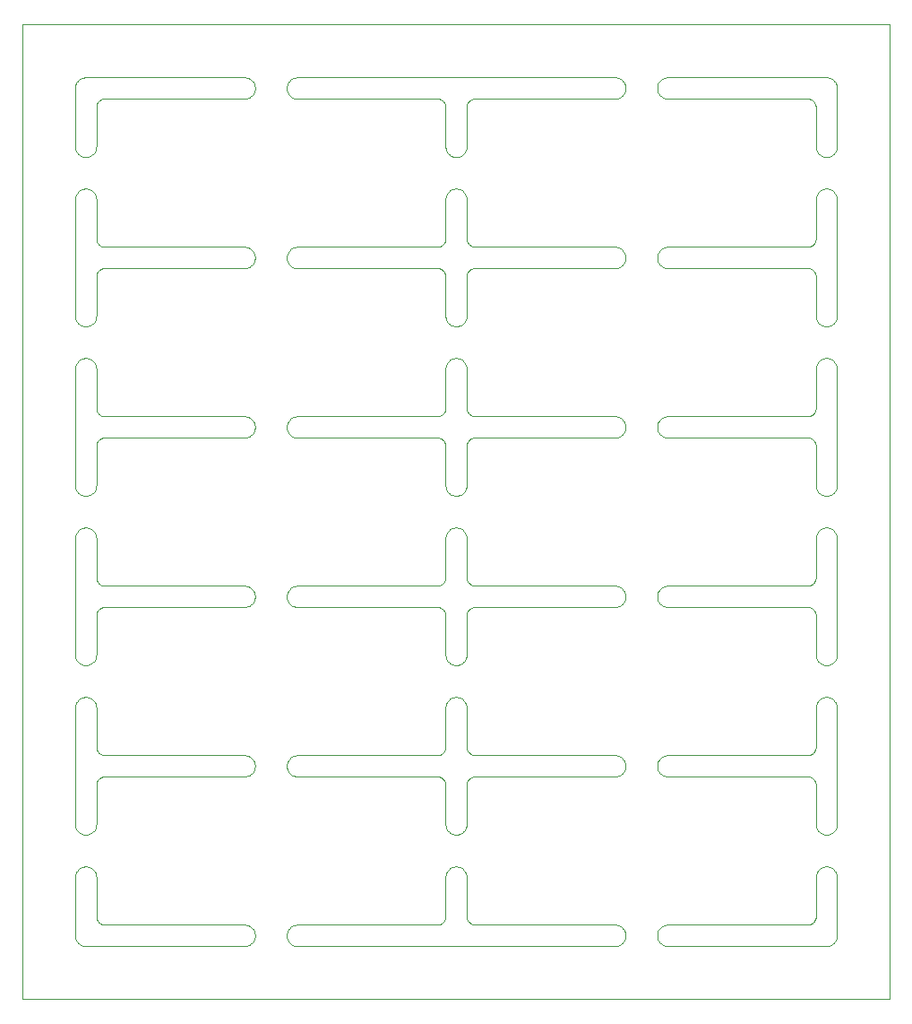
<source format=gbr>
%TF.GenerationSoftware,KiCad,Pcbnew,(5.99.0-10613-g4d227d2d2b)*%
%TF.CreationDate,2021-05-26T08:20:36+03:00*%
%TF.ProjectId,stm32_ds2480_emu_panel,73746d33-325f-4647-9332-3438305f656d,rev?*%
%TF.SameCoordinates,Original*%
%TF.FileFunction,Profile,NP*%
%FSLAX46Y46*%
G04 Gerber Fmt 4.6, Leading zero omitted, Abs format (unit mm)*
G04 Created by KiCad (PCBNEW (5.99.0-10613-g4d227d2d2b)) date 2021-05-26 08:20:36*
%MOMM*%
%LPD*%
G01*
G04 APERTURE LIST*
%TA.AperFunction,Profile*%
%ADD10C,0.100000*%
%TD*%
G04 APERTURE END LIST*
D10*
X47510000Y-89000000D02*
X47610000Y-89010000D01*
X68460000Y-47800000D02*
X68420000Y-47890000D01*
X51520000Y-73800000D02*
X51540000Y-73700000D01*
X33600000Y-104590000D02*
X33640000Y-104650000D01*
X66790000Y-112210000D02*
X66730000Y-112140000D01*
X68330000Y-51940000D02*
X68380000Y-52020000D01*
X66520000Y-111700000D02*
X66510000Y-111610000D01*
X48500000Y-106110000D02*
X48480000Y-106200000D01*
X86620000Y-73520000D02*
X86670000Y-73440000D01*
X68720000Y-43240000D02*
X68690000Y-43280000D01*
X66450000Y-88480000D02*
X66460000Y-88440000D01*
X86860000Y-105230000D02*
X86940000Y-105170000D01*
X31870000Y-64280000D02*
X31800000Y-64210000D01*
X101440000Y-91490000D02*
X101420000Y-91450000D01*
X68500000Y-120240000D02*
X68500000Y-120280000D01*
X69300000Y-75000000D02*
X69260000Y-75000000D01*
X66790000Y-48210000D02*
X66730000Y-48140000D01*
X68620000Y-91370000D02*
X68600000Y-91410000D01*
X67110000Y-64420000D02*
X67020000Y-64380000D01*
X87490000Y-107000000D02*
X87390000Y-106990000D01*
X68060000Y-96330000D02*
X67980000Y-96380000D01*
X66940000Y-51670000D02*
X67020000Y-51620000D01*
X68480000Y-84300000D02*
X68490000Y-84390000D01*
X48420000Y-73610000D02*
X48460000Y-73700000D01*
X86940000Y-58830000D02*
X86860000Y-58770000D01*
X34220000Y-107000000D02*
X34180000Y-107010000D01*
X102880000Y-112420000D02*
X102790000Y-112460000D01*
X34020000Y-91050000D02*
X33980000Y-91060000D01*
X101480000Y-88390000D02*
X101490000Y-88330000D01*
X69100000Y-104980000D02*
X69140000Y-104980000D01*
X52490000Y-43000000D02*
X52390000Y-42990000D01*
X69100000Y-43020000D02*
X69060000Y-43040000D01*
X33500000Y-104290000D02*
X33510000Y-104350000D01*
X101490000Y-107650000D02*
X101480000Y-107600000D01*
X33210000Y-112210000D02*
X33140000Y-112280000D01*
X86500000Y-57990000D02*
X86500000Y-57890000D01*
X66860000Y-112280000D02*
X66790000Y-112210000D01*
X65700000Y-43000000D02*
X52490000Y-43000000D01*
X66670000Y-51940000D02*
X66730000Y-51860000D01*
X31550000Y-52200000D02*
X31590000Y-52110000D01*
X32800000Y-99540000D02*
X32890000Y-99580000D01*
X48140000Y-90770000D02*
X48060000Y-90830000D01*
X82610000Y-73010000D02*
X82700000Y-73020000D01*
X86860000Y-73230000D02*
X86940000Y-73170000D01*
X31630000Y-116020000D02*
X31680000Y-115940000D01*
X101580000Y-68110000D02*
X101620000Y-68020000D01*
X103370000Y-84020000D02*
X103410000Y-84110000D01*
X33920000Y-56900000D02*
X33980000Y-56930000D01*
X48380000Y-122490000D02*
X48330000Y-122570000D01*
X102200000Y-48460000D02*
X102110000Y-48420000D01*
X101860000Y-67720000D02*
X101940000Y-67670000D01*
X33770000Y-43200000D02*
X33720000Y-43240000D01*
X33140000Y-115720000D02*
X33210000Y-115790000D01*
X87300000Y-89020000D02*
X87390000Y-89010000D01*
X83210000Y-73290000D02*
X83280000Y-73360000D01*
X68740000Y-72780000D02*
X68780000Y-72810000D01*
X48060000Y-58830000D02*
X47980000Y-58880000D01*
X34020000Y-72950000D02*
X34060000Y-72960000D01*
X103260000Y-48140000D02*
X103200000Y-48210000D01*
X34300000Y-89000000D02*
X47510000Y-89000000D01*
X87110000Y-74920000D02*
X87020000Y-74880000D01*
X102200000Y-96460000D02*
X102110000Y-96420000D01*
X102390000Y-51500000D02*
X102500000Y-51500000D01*
X33660000Y-43310000D02*
X33620000Y-43370000D01*
X31800000Y-41280000D02*
X31870000Y-41220000D01*
X48480000Y-41790000D02*
X48500000Y-41880000D01*
X68600000Y-120590000D02*
X68620000Y-120630000D01*
X102600000Y-48500000D02*
X102490000Y-48500000D01*
X66510000Y-63610000D02*
X66500000Y-63510000D01*
X66450000Y-104480000D02*
X66460000Y-104440000D01*
X101860000Y-48280000D02*
X101790000Y-48210000D01*
X32890000Y-48420000D02*
X32800000Y-48460000D01*
X101420000Y-91450000D02*
X101400000Y-91410000D01*
X83330000Y-90560000D02*
X83280000Y-90640000D01*
X83060000Y-89170000D02*
X83140000Y-89230000D01*
X32210000Y-51540000D02*
X32310000Y-51520000D01*
X33500000Y-75720000D02*
X33500000Y-75760000D01*
X101510000Y-79610000D02*
X101500000Y-79510000D01*
X33770000Y-107200000D02*
X33720000Y-107240000D01*
X32890000Y-80420000D02*
X32800000Y-80460000D01*
X31520000Y-47610000D02*
X31510000Y-47510000D01*
X86620000Y-122490000D02*
X86580000Y-122400000D01*
X33140000Y-67720000D02*
X33210000Y-67790000D01*
X68330000Y-115940000D02*
X68380000Y-116020000D01*
X101670000Y-112060000D02*
X101620000Y-111980000D01*
X87110000Y-73080000D02*
X87200000Y-73040000D01*
X102690000Y-99520000D02*
X102790000Y-99540000D01*
X68600000Y-59410000D02*
X68580000Y-59450000D01*
X51940000Y-73170000D02*
X52020000Y-73120000D01*
X67300000Y-99520000D02*
X67390000Y-99500000D01*
X82890000Y-90920000D02*
X82800000Y-90960000D01*
X101160000Y-43140000D02*
X101120000Y-43120000D01*
X101580000Y-116110000D02*
X101620000Y-116020000D01*
X66010000Y-88940000D02*
X66050000Y-88920000D01*
X67390000Y-51500000D02*
X67510000Y-51500000D01*
X47510000Y-105000000D02*
X47610000Y-105010000D01*
X68540000Y-107560000D02*
X68520000Y-107610000D01*
X100940000Y-56960000D02*
X100980000Y-56950000D01*
X101490000Y-75650000D02*
X101480000Y-75600000D01*
X102970000Y-48380000D02*
X102880000Y-48420000D01*
X101510000Y-68390000D02*
X101520000Y-68300000D01*
X66940000Y-96330000D02*
X66860000Y-96280000D01*
X32800000Y-115540000D02*
X32890000Y-115580000D01*
X66500000Y-75800000D02*
X66500000Y-75750000D01*
X48140000Y-58770000D02*
X48060000Y-58830000D01*
X48280000Y-89360000D02*
X48330000Y-89440000D01*
X31510000Y-41980000D02*
X31520000Y-41880000D01*
X31550000Y-47800000D02*
X31530000Y-47700000D01*
X103320000Y-96060000D02*
X103260000Y-96140000D01*
X47610000Y-123000000D02*
X47510000Y-123010000D01*
X47890000Y-42920000D02*
X47800000Y-42960000D01*
X65740000Y-73000000D02*
X65780000Y-73000000D01*
X52020000Y-90880000D02*
X51940000Y-90830000D01*
X66460000Y-107550000D02*
X66440000Y-107490000D01*
X65820000Y-59010000D02*
X65780000Y-59000000D01*
X51790000Y-106710000D02*
X51720000Y-106640000D01*
X32030000Y-80380000D02*
X31950000Y-80330000D01*
X83480000Y-105800000D02*
X83500000Y-105890000D01*
X47510000Y-43000000D02*
X34300000Y-43000000D01*
X51860000Y-73230000D02*
X51940000Y-73170000D01*
X100700000Y-75000000D02*
X87490000Y-75000000D01*
X101940000Y-115670000D02*
X102020000Y-115620000D01*
X68490000Y-63610000D02*
X68480000Y-63700000D01*
X82510000Y-105000000D02*
X82610000Y-105010000D01*
X103200000Y-115790000D02*
X103260000Y-115860000D01*
X100860000Y-120980000D02*
X100900000Y-120980000D01*
X101310000Y-88720000D02*
X101340000Y-88690000D01*
X102600000Y-67500000D02*
X102690000Y-67520000D01*
X101450000Y-72480000D02*
X101460000Y-72440000D01*
X86790000Y-57290000D02*
X86860000Y-57230000D01*
X26500000Y-127990000D02*
X26500000Y-128010000D01*
X68670000Y-75310000D02*
X68640000Y-75350000D01*
X66150000Y-88860000D02*
X66190000Y-88830000D01*
X65700000Y-121000000D02*
X65740000Y-121000000D01*
X69170000Y-56990000D02*
X69230000Y-57000000D01*
X69230000Y-73000000D02*
X69300000Y-73000000D01*
X47510000Y-121000000D02*
X47610000Y-121010000D01*
X101490000Y-43690000D02*
X101480000Y-43640000D01*
X67200000Y-83540000D02*
X67300000Y-83520000D01*
X32500000Y-83500000D02*
X32610000Y-83500000D01*
X33500000Y-52490000D02*
X33500000Y-56200000D01*
X52390000Y-90990000D02*
X52300000Y-90980000D01*
X103130000Y-67720000D02*
X103200000Y-67790000D01*
X33210000Y-67790000D02*
X33270000Y-67860000D01*
X48460000Y-41690000D02*
X48480000Y-41790000D01*
X68950000Y-43080000D02*
X68910000Y-43100000D01*
X66730000Y-115860000D02*
X66790000Y-115790000D01*
X33140000Y-83720000D02*
X33210000Y-83790000D01*
X69060000Y-43040000D02*
X68990000Y-43060000D01*
X66500000Y-104280000D02*
X66500000Y-104240000D01*
X101330000Y-107310000D02*
X101300000Y-107270000D01*
X101420000Y-107450000D02*
X101400000Y-107410000D01*
X33460000Y-52200000D02*
X33480000Y-52300000D01*
X102300000Y-80480000D02*
X102200000Y-80460000D01*
X32120000Y-41070000D02*
X32210000Y-41030000D01*
X48060000Y-74830000D02*
X47980000Y-74880000D01*
X68520000Y-88390000D02*
X68540000Y-88440000D01*
X68700000Y-72730000D02*
X68740000Y-72780000D01*
X103470000Y-79700000D02*
X103450000Y-79800000D01*
X83060000Y-105170000D02*
X83140000Y-105230000D01*
X86670000Y-42560000D02*
X86620000Y-42480000D01*
X101790000Y-83790000D02*
X101860000Y-83720000D01*
X83280000Y-74640000D02*
X83210000Y-74710000D01*
X66220000Y-120810000D02*
X66250000Y-120780000D01*
X47700000Y-122990000D02*
X47610000Y-123000000D01*
X67610000Y-99500000D02*
X67700000Y-99520000D01*
X101940000Y-112330000D02*
X101860000Y-112280000D01*
X33580000Y-88550000D02*
X33600000Y-88590000D01*
X33690000Y-59280000D02*
X33660000Y-59310000D01*
X86500000Y-58110000D02*
X86500000Y-57990000D01*
X33640000Y-56650000D02*
X33670000Y-56690000D01*
X102500000Y-64500000D02*
X102390000Y-64500000D01*
X103490000Y-122020000D02*
X103480000Y-122120000D01*
X51540000Y-74300000D02*
X51520000Y-74200000D01*
X33840000Y-56850000D02*
X33880000Y-56880000D01*
X102110000Y-99580000D02*
X102200000Y-99540000D01*
X83500000Y-105990000D02*
X83500000Y-106110000D01*
X66500000Y-107800000D02*
X66500000Y-107760000D01*
X33460000Y-63800000D02*
X33420000Y-63890000D01*
X33640000Y-88650000D02*
X33670000Y-88690000D01*
X87110000Y-58920000D02*
X87020000Y-58880000D01*
X102200000Y-112460000D02*
X102110000Y-112420000D01*
X87110000Y-57080000D02*
X87200000Y-57040000D01*
X66460000Y-56450000D02*
X66480000Y-56400000D01*
X51720000Y-121360000D02*
X51790000Y-121290000D01*
X101580000Y-79890000D02*
X101540000Y-79800000D01*
X103130000Y-48280000D02*
X103050000Y-48330000D01*
X33540000Y-75560000D02*
X33520000Y-75610000D01*
X102690000Y-115520000D02*
X102790000Y-115540000D01*
X66430000Y-59480000D02*
X66400000Y-59420000D01*
X66090000Y-43100000D02*
X66050000Y-43080000D01*
X66440000Y-107490000D02*
X66420000Y-107450000D01*
X48380000Y-57520000D02*
X48420000Y-57610000D01*
X69220000Y-121000000D02*
X69260000Y-121000000D01*
X31950000Y-80330000D02*
X31870000Y-80280000D01*
X32400000Y-80500000D02*
X32310000Y-80480000D01*
X68380000Y-79980000D02*
X68330000Y-80060000D01*
X82610000Y-42990000D02*
X82510000Y-43000000D01*
X47510000Y-40990000D02*
X47610000Y-41000000D01*
X100740000Y-121000000D02*
X100780000Y-121000000D01*
X67700000Y-115520000D02*
X67800000Y-115540000D01*
X101540000Y-47800000D02*
X101520000Y-47700000D01*
X65900000Y-88980000D02*
X65940000Y-88960000D01*
X83460000Y-41690000D02*
X83480000Y-41790000D01*
X67490000Y-67500000D02*
X67610000Y-67500000D01*
X34170000Y-56990000D02*
X34230000Y-57000000D01*
X100780000Y-89000000D02*
X100820000Y-88990000D01*
X102110000Y-112420000D02*
X102020000Y-112380000D01*
X68620000Y-104630000D02*
X68660000Y-104690000D01*
X102790000Y-83540000D02*
X102880000Y-83580000D01*
X101580000Y-52110000D02*
X101620000Y-52020000D01*
X66580000Y-47890000D02*
X66540000Y-47800000D01*
X66620000Y-111980000D02*
X66580000Y-111890000D01*
X52110000Y-74920000D02*
X52020000Y-74880000D01*
X31680000Y-64060000D02*
X31630000Y-63980000D01*
X68550000Y-59520000D02*
X68540000Y-59560000D01*
X102200000Y-80460000D02*
X102110000Y-80420000D01*
X66400000Y-56590000D02*
X66420000Y-56550000D01*
X32500000Y-67500000D02*
X32610000Y-67500000D01*
X31800000Y-96210000D02*
X31740000Y-96140000D01*
X82700000Y-90980000D02*
X82610000Y-90990000D01*
X68500000Y-95510000D02*
X68490000Y-95610000D01*
X66510000Y-84390000D02*
X66520000Y-84300000D01*
X82890000Y-41070000D02*
X82980000Y-41110000D01*
X101120000Y-104880000D02*
X101160000Y-104860000D01*
X48460000Y-42300000D02*
X48420000Y-42390000D01*
X68270000Y-67860000D02*
X68330000Y-67940000D01*
X68620000Y-43370000D02*
X68600000Y-43410000D01*
X33500000Y-104240000D02*
X33500000Y-104290000D01*
X65940000Y-91040000D02*
X65900000Y-91020000D01*
X68510000Y-59670000D02*
X68500000Y-59720000D01*
X33660000Y-75310000D02*
X33620000Y-75370000D01*
X101190000Y-56830000D02*
X101230000Y-56800000D01*
X103050000Y-64330000D02*
X102970000Y-64380000D01*
X31510000Y-47510000D02*
X31510000Y-41980000D01*
X69300000Y-105000000D02*
X82510000Y-105000000D01*
X66190000Y-104840000D02*
X66220000Y-104810000D01*
X32510000Y-115500000D02*
X32610000Y-115500000D01*
X69220000Y-91000000D02*
X69180000Y-91010000D01*
X51860000Y-121230000D02*
X51940000Y-121170000D01*
X82610000Y-105010000D02*
X82700000Y-105020000D01*
X101360000Y-59350000D02*
X101330000Y-59310000D01*
X86500000Y-90110000D02*
X86500000Y-89990000D01*
X66500000Y-104200000D02*
X66500000Y-100490000D01*
X33940000Y-107080000D02*
X33880000Y-107120000D01*
X33500000Y-107720000D02*
X33500000Y-107760000D01*
X102790000Y-67540000D02*
X102880000Y-67580000D01*
X86860000Y-89230000D02*
X86940000Y-89170000D01*
X34060000Y-43040000D02*
X33990000Y-43060000D01*
X101400000Y-59410000D02*
X101360000Y-59350000D01*
X33510000Y-88350000D02*
X33520000Y-88400000D01*
X83140000Y-57230000D02*
X83210000Y-57290000D01*
X101450000Y-120480000D02*
X101460000Y-120440000D01*
X69220000Y-89000000D02*
X69260000Y-89000000D01*
X52200000Y-121040000D02*
X52300000Y-121020000D01*
X51580000Y-42390000D02*
X51540000Y-42300000D01*
X31950000Y-83670000D02*
X32030000Y-83620000D01*
X33500000Y-104200000D02*
X33500000Y-104240000D01*
X69100000Y-59020000D02*
X69060000Y-59040000D01*
X52110000Y-58920000D02*
X52020000Y-58880000D01*
X68330000Y-64060000D02*
X68270000Y-64140000D01*
X101160000Y-72860000D02*
X101190000Y-72830000D01*
X31800000Y-80210000D02*
X31740000Y-80140000D01*
X66480000Y-56400000D02*
X66490000Y-56350000D01*
X31550000Y-79800000D02*
X31530000Y-79700000D01*
X33980000Y-88930000D02*
X34020000Y-88950000D01*
X67700000Y-96480000D02*
X67610000Y-96500000D01*
X69100000Y-88980000D02*
X69140000Y-88980000D01*
X82980000Y-41110000D02*
X83060000Y-41160000D01*
X102020000Y-48380000D02*
X101940000Y-48330000D01*
X101480000Y-72390000D02*
X101490000Y-72330000D01*
X82800000Y-90960000D02*
X82700000Y-90980000D01*
X33490000Y-52390000D02*
X33500000Y-52490000D01*
X32310000Y-67520000D02*
X32400000Y-67500000D01*
X83480000Y-74200000D02*
X83460000Y-74300000D01*
X67890000Y-96420000D02*
X67800000Y-96460000D01*
X33480000Y-111700000D02*
X33460000Y-111800000D01*
X66730000Y-83860000D02*
X66790000Y-83790000D01*
X83420000Y-122400000D02*
X83380000Y-122490000D01*
X68550000Y-120480000D02*
X68580000Y-120550000D01*
X32700000Y-67520000D02*
X32800000Y-67540000D01*
X101420000Y-88550000D02*
X101450000Y-88480000D01*
X87020000Y-105120000D02*
X87110000Y-105080000D01*
X48060000Y-42830000D02*
X47980000Y-42880000D01*
X68380000Y-111980000D02*
X68330000Y-112060000D01*
X67020000Y-67620000D02*
X67110000Y-67580000D01*
X51500000Y-73990000D02*
X51500000Y-73890000D01*
X68420000Y-52110000D02*
X68460000Y-52200000D01*
X86670000Y-106560000D02*
X86620000Y-106480000D01*
X83210000Y-42710000D02*
X83140000Y-42770000D01*
X86940000Y-121170000D02*
X87020000Y-121120000D01*
X66480000Y-104390000D02*
X66490000Y-104330000D01*
X66790000Y-96210000D02*
X66730000Y-96140000D01*
X51620000Y-89520000D02*
X51670000Y-89440000D01*
X48280000Y-42640000D02*
X48210000Y-42710000D01*
X66540000Y-84200000D02*
X66580000Y-84110000D01*
X100900000Y-88980000D02*
X100940000Y-88960000D01*
X34100000Y-72980000D02*
X34170000Y-72990000D01*
X34180000Y-59010000D02*
X34140000Y-59020000D01*
X83330000Y-42560000D02*
X83280000Y-42640000D01*
X102020000Y-96380000D02*
X101940000Y-96330000D01*
X32980000Y-83620000D02*
X33060000Y-83670000D01*
X83140000Y-89230000D02*
X83210000Y-89290000D01*
X67200000Y-96460000D02*
X67110000Y-96420000D01*
X31950000Y-96330000D02*
X31870000Y-96280000D01*
X101450000Y-104480000D02*
X101460000Y-104440000D01*
X66450000Y-59520000D02*
X66430000Y-59480000D01*
X100770000Y-43000000D02*
X100700000Y-43000000D01*
X32700000Y-112480000D02*
X32610000Y-112500000D01*
X66200000Y-59170000D02*
X66160000Y-59140000D01*
X103050000Y-99670000D02*
X103130000Y-99720000D01*
X87300000Y-58980000D02*
X87200000Y-58960000D01*
X68500000Y-91800000D02*
X68500000Y-95510000D01*
X102690000Y-80480000D02*
X102600000Y-80500000D01*
X33140000Y-99720000D02*
X33210000Y-99790000D01*
X33500000Y-56290000D02*
X33510000Y-56350000D01*
X33600000Y-88590000D02*
X33640000Y-88650000D01*
X86500000Y-42010000D02*
X86500000Y-41980000D01*
X101310000Y-43280000D02*
X101280000Y-43250000D01*
X33210000Y-80210000D02*
X33140000Y-80280000D01*
X31630000Y-41510000D02*
X31680000Y-41430000D01*
X102690000Y-48480000D02*
X102600000Y-48500000D01*
X67200000Y-64460000D02*
X67110000Y-64420000D01*
X68060000Y-64330000D02*
X67980000Y-64380000D01*
X33550000Y-91520000D02*
X33540000Y-91560000D01*
X33520000Y-104400000D02*
X33540000Y-104450000D01*
X83380000Y-41510000D02*
X83420000Y-41600000D01*
X33060000Y-64330000D02*
X32980000Y-64380000D01*
X33540000Y-107560000D02*
X33520000Y-107610000D01*
X51500000Y-73890000D02*
X51520000Y-73800000D01*
X82700000Y-41010000D02*
X82800000Y-41030000D01*
X48420000Y-58390000D02*
X48380000Y-58480000D01*
X101730000Y-48140000D02*
X101670000Y-48060000D01*
X32980000Y-48380000D02*
X32890000Y-48420000D01*
X47510000Y-59000000D02*
X34300000Y-59000000D01*
X31740000Y-112140000D02*
X31680000Y-112060000D01*
X33810000Y-91170000D02*
X33770000Y-91200000D01*
X68500000Y-107720000D02*
X68500000Y-107760000D01*
X100740000Y-105000000D02*
X100780000Y-105000000D01*
X67020000Y-51620000D02*
X67110000Y-51580000D01*
X66400000Y-72590000D02*
X66420000Y-72550000D01*
X33460000Y-111800000D02*
X33420000Y-111890000D01*
X101420000Y-59450000D02*
X101400000Y-59410000D01*
X83460000Y-105700000D02*
X83480000Y-105800000D01*
X32890000Y-115580000D02*
X32980000Y-115620000D01*
X66730000Y-64140000D02*
X66670000Y-64060000D01*
X68500000Y-72200000D02*
X68500000Y-72240000D01*
X83420000Y-74390000D02*
X83380000Y-74480000D01*
X31740000Y-80140000D02*
X31680000Y-80060000D01*
X26500000Y-128010000D02*
X26500000Y-128020000D01*
X32890000Y-112420000D02*
X32800000Y-112460000D01*
X101790000Y-80210000D02*
X101730000Y-80140000D01*
X68670000Y-72690000D02*
X68700000Y-72730000D01*
X68600000Y-43410000D02*
X68580000Y-43450000D01*
X68270000Y-99860000D02*
X68330000Y-99940000D01*
X33750000Y-104780000D02*
X33780000Y-104810000D01*
X33690000Y-120720000D02*
X33720000Y-120750000D01*
X86580000Y-42390000D02*
X86540000Y-42300000D01*
X33580000Y-104550000D02*
X33600000Y-104590000D01*
X101540000Y-116200000D02*
X101580000Y-116110000D01*
X100700000Y-43000000D02*
X87490000Y-43000000D01*
X66500000Y-91720000D02*
X66490000Y-91670000D01*
X68500000Y-56290000D02*
X68510000Y-56350000D01*
X102690000Y-41010000D02*
X102790000Y-41030000D01*
X103410000Y-47890000D02*
X103370000Y-47980000D01*
X87020000Y-41110000D02*
X87110000Y-41070000D01*
X33520000Y-107610000D02*
X33510000Y-107670000D01*
X32500000Y-64500000D02*
X32400000Y-64500000D01*
X102600000Y-41000000D02*
X102690000Y-41010000D01*
X33270000Y-99860000D02*
X33330000Y-99940000D01*
X67700000Y-83520000D02*
X67800000Y-83540000D01*
X68420000Y-84110000D02*
X68460000Y-84200000D01*
X102790000Y-80460000D02*
X102690000Y-80480000D01*
X31680000Y-41430000D02*
X31740000Y-41350000D01*
X31590000Y-79890000D02*
X31550000Y-79800000D01*
X102020000Y-112380000D02*
X101940000Y-112330000D01*
X103200000Y-41280000D02*
X103260000Y-41350000D01*
X48060000Y-57170000D02*
X48140000Y-57230000D01*
X47700000Y-74980000D02*
X47610000Y-74990000D01*
X103450000Y-41690000D02*
X103470000Y-41790000D01*
X26500000Y-36010000D02*
X26500000Y-127990000D01*
X66500000Y-116490000D02*
X66510000Y-116390000D01*
X65820000Y-88990000D02*
X65860000Y-88980000D01*
X69300000Y-91000000D02*
X69260000Y-91000000D01*
X68480000Y-79700000D02*
X68460000Y-79800000D01*
X83330000Y-58560000D02*
X83280000Y-58640000D01*
X102500000Y-83500000D02*
X102600000Y-83500000D01*
X86720000Y-42640000D02*
X86670000Y-42560000D01*
X68910000Y-43100000D02*
X68850000Y-43140000D01*
X83500000Y-42110000D02*
X83480000Y-42200000D01*
X83460000Y-121700000D02*
X83480000Y-121800000D01*
X34220000Y-75000000D02*
X34180000Y-75010000D01*
X103130000Y-112280000D02*
X103050000Y-112330000D01*
X66940000Y-80330000D02*
X66860000Y-80280000D01*
X101510000Y-95610000D02*
X101500000Y-95510000D01*
X48480000Y-105800000D02*
X48500000Y-105890000D01*
X33490000Y-63610000D02*
X33480000Y-63700000D01*
X101860000Y-80280000D02*
X101790000Y-80210000D01*
X101540000Y-52200000D02*
X101580000Y-52110000D01*
X32610000Y-83500000D02*
X32700000Y-83520000D01*
X101250000Y-91220000D02*
X101220000Y-91190000D01*
X52300000Y-74980000D02*
X52200000Y-74960000D01*
X66490000Y-72350000D02*
X66500000Y-72290000D01*
X34060000Y-107040000D02*
X34020000Y-107050000D01*
X68520000Y-104390000D02*
X68540000Y-104440000D01*
X102970000Y-96380000D02*
X102880000Y-96420000D01*
X101510000Y-47610000D02*
X101500000Y-47510000D01*
X66500000Y-59720000D02*
X66490000Y-59670000D01*
X65890000Y-104980000D02*
X65940000Y-104960000D01*
X26510000Y-128020000D02*
X26530000Y-128020000D01*
X103450000Y-47800000D02*
X103410000Y-47890000D01*
X51670000Y-41430000D02*
X51720000Y-41350000D01*
X102500000Y-40990000D02*
X102600000Y-41000000D01*
X83330000Y-74560000D02*
X83280000Y-74640000D01*
X33060000Y-99670000D02*
X33140000Y-99720000D01*
X65940000Y-56960000D02*
X65980000Y-56950000D01*
X48500000Y-121890000D02*
X48500000Y-121990000D01*
X47980000Y-41110000D02*
X48060000Y-41160000D01*
X66080000Y-56900000D02*
X66120000Y-56880000D01*
X66280000Y-75250000D02*
X66250000Y-75220000D01*
X48500000Y-41980000D02*
X48500000Y-42010000D01*
X87390000Y-89010000D02*
X87490000Y-89000000D01*
X69300000Y-43000000D02*
X69260000Y-43000000D01*
X103200000Y-64210000D02*
X103130000Y-64280000D01*
X66420000Y-43450000D02*
X66400000Y-43410000D01*
X33950000Y-43080000D02*
X33910000Y-43100000D01*
X32500000Y-99500000D02*
X32610000Y-99500000D01*
X67800000Y-80460000D02*
X67700000Y-80480000D01*
X33500000Y-47510000D02*
X33490000Y-47610000D01*
X67800000Y-67540000D02*
X67890000Y-67580000D01*
X101510000Y-116390000D02*
X101520000Y-116300000D01*
X48460000Y-58300000D02*
X48420000Y-58390000D01*
X86860000Y-74770000D02*
X86790000Y-74710000D01*
X103320000Y-48060000D02*
X103260000Y-48140000D01*
X83280000Y-41350000D02*
X83330000Y-41430000D01*
X51670000Y-122570000D02*
X51620000Y-122490000D01*
X82700000Y-42980000D02*
X82610000Y-42990000D01*
X32980000Y-80380000D02*
X32890000Y-80420000D01*
X33810000Y-75170000D02*
X33770000Y-75200000D01*
X34220000Y-59000000D02*
X34180000Y-59010000D01*
X51500000Y-58010000D02*
X51500000Y-57890000D01*
X66580000Y-100110000D02*
X66620000Y-100020000D01*
X65850000Y-72990000D02*
X65910000Y-72970000D01*
X31530000Y-47700000D02*
X31520000Y-47610000D01*
X101460000Y-56440000D02*
X101480000Y-56390000D01*
X86720000Y-89360000D02*
X86790000Y-89290000D01*
X83330000Y-121440000D02*
X83380000Y-121520000D01*
X33940000Y-75080000D02*
X33880000Y-75120000D01*
X67980000Y-83620000D02*
X68060000Y-83670000D01*
X32890000Y-99580000D02*
X32980000Y-99620000D01*
X103370000Y-122490000D02*
X103320000Y-122570000D01*
X86500000Y-42110000D02*
X86500000Y-42010000D01*
X102390000Y-99500000D02*
X102500000Y-99500000D01*
X101300000Y-59270000D02*
X101250000Y-59220000D01*
X47510000Y-57000000D02*
X47610000Y-57010000D01*
X51500000Y-105990000D02*
X51500000Y-105890000D01*
X68910000Y-120900000D02*
X68950000Y-120920000D01*
X33140000Y-51720000D02*
X33210000Y-51790000D01*
X101160000Y-59150000D02*
X101120000Y-59120000D01*
X67980000Y-67620000D02*
X68060000Y-67670000D01*
X31530000Y-79700000D02*
X31520000Y-79610000D01*
X83500000Y-90110000D02*
X83480000Y-90200000D01*
X82890000Y-73080000D02*
X82980000Y-73120000D01*
X86790000Y-58710000D02*
X86720000Y-58640000D01*
X101360000Y-107350000D02*
X101330000Y-107310000D01*
X101160000Y-104860000D02*
X101190000Y-104830000D01*
X101500000Y-104280000D02*
X101500000Y-104240000D01*
X103130000Y-64280000D02*
X103050000Y-64330000D01*
X33600000Y-91410000D02*
X33580000Y-91450000D01*
X68700000Y-75270000D02*
X68670000Y-75310000D01*
X103050000Y-41160000D02*
X103130000Y-41220000D01*
X86790000Y-106710000D02*
X86720000Y-106640000D01*
X100700000Y-91000000D02*
X87490000Y-91000000D01*
X67390000Y-64500000D02*
X67300000Y-64480000D01*
X51500000Y-57890000D02*
X51520000Y-57800000D01*
X67980000Y-51620000D02*
X68060000Y-51670000D01*
X33330000Y-80060000D02*
X33270000Y-80140000D01*
X66620000Y-52020000D02*
X66670000Y-51940000D01*
X33500000Y-43800000D02*
X33500000Y-47510000D01*
X101540000Y-95800000D02*
X101520000Y-95700000D01*
X101440000Y-59490000D02*
X101420000Y-59450000D01*
X51500000Y-89990000D02*
X51500000Y-89890000D01*
X101500000Y-104200000D02*
X101500000Y-100490000D01*
X101580000Y-63890000D02*
X101540000Y-63800000D01*
X47700000Y-89020000D02*
X47800000Y-89040000D01*
X66380000Y-120620000D02*
X66400000Y-120580000D01*
X68990000Y-120940000D02*
X69060000Y-120960000D01*
X68330000Y-99940000D02*
X68380000Y-100020000D01*
X67510000Y-51500000D02*
X67610000Y-51500000D01*
X101400000Y-56590000D02*
X101420000Y-56550000D01*
X32310000Y-83520000D02*
X32400000Y-83500000D01*
X51620000Y-58480000D02*
X51580000Y-58390000D01*
X83210000Y-105290000D02*
X83280000Y-105360000D01*
X83420000Y-105610000D02*
X83460000Y-105700000D01*
X101220000Y-91190000D02*
X101160000Y-91150000D01*
X48210000Y-90710000D02*
X48140000Y-90770000D01*
X101620000Y-100020000D02*
X101670000Y-99940000D01*
X66420000Y-91450000D02*
X66400000Y-91410000D01*
X34260000Y-107000000D02*
X34220000Y-107000000D01*
X65780000Y-91000000D02*
X65740000Y-91000000D01*
X101080000Y-59100000D02*
X101020000Y-59070000D01*
X33060000Y-115670000D02*
X33140000Y-115720000D01*
X68060000Y-99670000D02*
X68140000Y-99720000D01*
X33540000Y-91560000D02*
X33520000Y-91610000D01*
X51720000Y-106640000D02*
X51670000Y-106560000D01*
X65980000Y-56950000D02*
X66020000Y-56930000D01*
X31800000Y-83790000D02*
X31870000Y-83720000D01*
X67110000Y-80420000D02*
X67020000Y-80380000D01*
X83500000Y-90010000D02*
X83500000Y-90110000D01*
X68950000Y-88920000D02*
X68990000Y-88940000D01*
X66470000Y-75590000D02*
X66450000Y-75530000D01*
X31680000Y-115940000D02*
X31740000Y-115860000D01*
X48140000Y-121230000D02*
X48210000Y-121290000D01*
X67510000Y-112500000D02*
X67390000Y-112500000D01*
X66520000Y-63700000D02*
X66510000Y-63610000D01*
X82890000Y-74920000D02*
X82800000Y-74960000D01*
X31520000Y-95610000D02*
X31510000Y-95510000D01*
X52110000Y-106920000D02*
X52020000Y-106880000D01*
X33500000Y-116490000D02*
X33500000Y-120200000D01*
X32030000Y-83620000D02*
X32120000Y-83580000D01*
X51790000Y-73290000D02*
X51860000Y-73230000D01*
X87020000Y-121120000D02*
X87110000Y-121080000D01*
X32500000Y-112500000D02*
X32400000Y-112500000D01*
X66330000Y-104700000D02*
X66360000Y-104660000D01*
X101500000Y-56280000D02*
X101500000Y-56240000D01*
X65940000Y-59040000D02*
X65900000Y-59020000D01*
X87020000Y-73120000D02*
X87110000Y-73080000D01*
X33500000Y-120250000D02*
X33510000Y-120320000D01*
X67890000Y-64420000D02*
X67800000Y-64460000D01*
X66300000Y-72730000D02*
X66330000Y-72690000D01*
X32310000Y-112480000D02*
X32210000Y-112460000D01*
X67020000Y-99620000D02*
X67110000Y-99580000D01*
X47700000Y-73020000D02*
X47800000Y-73040000D01*
X33330000Y-48060000D02*
X33270000Y-48140000D01*
X66510000Y-116390000D02*
X66520000Y-116300000D01*
X103490000Y-100490000D02*
X103490000Y-111510000D01*
X47800000Y-74960000D02*
X47700000Y-74980000D01*
X48420000Y-105610000D02*
X48460000Y-105700000D01*
X33640000Y-72650000D02*
X33670000Y-72690000D01*
X66510000Y-111610000D02*
X66500000Y-111510000D01*
X33880000Y-120880000D02*
X33940000Y-120920000D01*
X68690000Y-88720000D02*
X68720000Y-88760000D01*
X101670000Y-80060000D02*
X101620000Y-79980000D01*
X33540000Y-59560000D02*
X33520000Y-59610000D01*
X68490000Y-95610000D02*
X68480000Y-95700000D01*
X31870000Y-41220000D02*
X31950000Y-41160000D01*
X86620000Y-105520000D02*
X86670000Y-105440000D01*
X66330000Y-107310000D02*
X66300000Y-107270000D01*
X86580000Y-74390000D02*
X86540000Y-74300000D01*
X66120000Y-75120000D02*
X66060000Y-75080000D01*
X66250000Y-104780000D02*
X66280000Y-104750000D01*
X86500000Y-121890000D02*
X86520000Y-121800000D01*
X66090000Y-120900000D02*
X66130000Y-120880000D01*
X102790000Y-51540000D02*
X102880000Y-51580000D01*
X101500000Y-75710000D02*
X101490000Y-75650000D01*
X52490000Y-107000000D02*
X52390000Y-106990000D01*
X67980000Y-64380000D02*
X67890000Y-64420000D01*
X101120000Y-56880000D02*
X101160000Y-56860000D01*
X83280000Y-58640000D02*
X83210000Y-58710000D01*
X33660000Y-107310000D02*
X33620000Y-107370000D01*
X66300000Y-107270000D02*
X66250000Y-107220000D01*
X32800000Y-67540000D02*
X32890000Y-67580000D01*
X33920000Y-72900000D02*
X33980000Y-72930000D01*
X69300000Y-59000000D02*
X69260000Y-59000000D01*
X83480000Y-122210000D02*
X83460000Y-122310000D01*
X68540000Y-88440000D02*
X68550000Y-88480000D01*
X32210000Y-112460000D02*
X32120000Y-112420000D01*
X68770000Y-59200000D02*
X68720000Y-59240000D01*
X68460000Y-95800000D02*
X68420000Y-95890000D01*
X48380000Y-58480000D02*
X48330000Y-58560000D01*
X51860000Y-106770000D02*
X51790000Y-106710000D01*
X101450000Y-88480000D02*
X101460000Y-88440000D01*
X86620000Y-58480000D02*
X86580000Y-58390000D01*
X68700000Y-56730000D02*
X68740000Y-56780000D01*
X33380000Y-63980000D02*
X33330000Y-64060000D01*
X32210000Y-96460000D02*
X32120000Y-96420000D01*
X68500000Y-59720000D02*
X68500000Y-59760000D01*
X67800000Y-99540000D02*
X67890000Y-99580000D01*
X31550000Y-68200000D02*
X31590000Y-68110000D01*
X68950000Y-120920000D02*
X68990000Y-120940000D01*
X101490000Y-120350000D02*
X101500000Y-120290000D01*
X82800000Y-73040000D02*
X82890000Y-73080000D01*
X48280000Y-58640000D02*
X48210000Y-58710000D01*
X51670000Y-106560000D02*
X51620000Y-106480000D01*
X68540000Y-43560000D02*
X68520000Y-43610000D01*
X67890000Y-112420000D02*
X67800000Y-112460000D01*
X51940000Y-90830000D02*
X51860000Y-90770000D01*
X101190000Y-88830000D02*
X101230000Y-88800000D01*
X101480000Y-43640000D02*
X101470000Y-43590000D01*
X66380000Y-75380000D02*
X66350000Y-75340000D01*
X33510000Y-43670000D02*
X33500000Y-43720000D01*
X33980000Y-59060000D02*
X33940000Y-59080000D01*
X48460000Y-105700000D02*
X48480000Y-105800000D01*
X66520000Y-47700000D02*
X66510000Y-47610000D01*
X103050000Y-83670000D02*
X103130000Y-83720000D01*
X103260000Y-115860000D02*
X103320000Y-115940000D01*
X68510000Y-107670000D02*
X68500000Y-107720000D01*
X101380000Y-56630000D02*
X101400000Y-56590000D01*
X32610000Y-67500000D02*
X32700000Y-67520000D01*
X33640000Y-104650000D02*
X33670000Y-104690000D01*
X66540000Y-79800000D02*
X66520000Y-79700000D01*
X101790000Y-67790000D02*
X101860000Y-67720000D01*
X103470000Y-116300000D02*
X103480000Y-116390000D01*
X101460000Y-72440000D02*
X101480000Y-72390000D01*
X47890000Y-121080000D02*
X47980000Y-121120000D01*
X33520000Y-56400000D02*
X33540000Y-56450000D01*
X66050000Y-91080000D02*
X66010000Y-91060000D01*
X87200000Y-73040000D02*
X87300000Y-73020000D01*
X86940000Y-122840000D02*
X86860000Y-122780000D01*
X82890000Y-89080000D02*
X82980000Y-89120000D01*
X65830000Y-107010000D02*
X65770000Y-107000000D01*
X82980000Y-74880000D02*
X82890000Y-74920000D01*
X101500000Y-120290000D02*
X101500000Y-120240000D01*
X83280000Y-90640000D02*
X83210000Y-90710000D01*
X66480000Y-88390000D02*
X66490000Y-88330000D01*
X68940000Y-59080000D02*
X68880000Y-59120000D01*
X68140000Y-115720000D02*
X68210000Y-115790000D01*
X52390000Y-121010000D02*
X52490000Y-121000000D01*
X82980000Y-42880000D02*
X82890000Y-42920000D01*
X83380000Y-90480000D02*
X83330000Y-90560000D01*
X65970000Y-75050000D02*
X65900000Y-75020000D01*
X68270000Y-51860000D02*
X68330000Y-51940000D01*
X101080000Y-75100000D02*
X101020000Y-75070000D01*
X26530000Y-128020000D02*
X108470000Y-128020000D01*
X34230000Y-57000000D02*
X34300000Y-57000000D01*
X67110000Y-115580000D02*
X67200000Y-115540000D01*
X33720000Y-107240000D02*
X33690000Y-107280000D01*
X67890000Y-48420000D02*
X67800000Y-48460000D01*
X32500000Y-96500000D02*
X32400000Y-96500000D01*
X68810000Y-104830000D02*
X68850000Y-104860000D01*
X67700000Y-80480000D02*
X67610000Y-80500000D01*
X32210000Y-41030000D02*
X32310000Y-41010000D01*
X103480000Y-68390000D02*
X103490000Y-68490000D01*
X68500000Y-43760000D02*
X68500000Y-43800000D01*
X83380000Y-42480000D02*
X83330000Y-42560000D01*
X31530000Y-52300000D02*
X31550000Y-52200000D01*
X68550000Y-43520000D02*
X68540000Y-43560000D01*
X65890000Y-120980000D02*
X65940000Y-120960000D01*
X47510000Y-73000000D02*
X47610000Y-73010000D01*
X83500000Y-74110000D02*
X83480000Y-74200000D01*
X65940000Y-120960000D02*
X65980000Y-120950000D01*
X31800000Y-51790000D02*
X31870000Y-51720000D01*
X51790000Y-74710000D02*
X51720000Y-74640000D01*
X82800000Y-106960000D02*
X82700000Y-106980000D01*
X103470000Y-84300000D02*
X103480000Y-84390000D01*
X31800000Y-64210000D02*
X31740000Y-64140000D01*
X68950000Y-56920000D02*
X69020000Y-56950000D01*
X66400000Y-120580000D02*
X66430000Y-120520000D01*
X103410000Y-111890000D02*
X103370000Y-111980000D01*
X32030000Y-64380000D02*
X31950000Y-64330000D01*
X103410000Y-84110000D02*
X103450000Y-84200000D01*
X66020000Y-56930000D02*
X66080000Y-56900000D01*
X48210000Y-105290000D02*
X48280000Y-105360000D01*
X87300000Y-73020000D02*
X87390000Y-73010000D01*
X31510000Y-68490000D02*
X31520000Y-68390000D01*
X52200000Y-89040000D02*
X52300000Y-89020000D01*
X66310000Y-88720000D02*
X66340000Y-88690000D01*
X66580000Y-95890000D02*
X66540000Y-95800000D01*
X68990000Y-91060000D02*
X68950000Y-91080000D01*
X65770000Y-107000000D02*
X65700000Y-107000000D01*
X103050000Y-80330000D02*
X102970000Y-80380000D01*
X51620000Y-90480000D02*
X51580000Y-90390000D01*
X83280000Y-73360000D02*
X83330000Y-73440000D01*
X68600000Y-88590000D02*
X68620000Y-88630000D01*
X68480000Y-68300000D02*
X68490000Y-68390000D01*
X87300000Y-90980000D02*
X87200000Y-90960000D01*
X103260000Y-41350000D02*
X103320000Y-41430000D01*
X101420000Y-72550000D02*
X101450000Y-72480000D01*
X48380000Y-121520000D02*
X48420000Y-121610000D01*
X68500000Y-43800000D02*
X68500000Y-47510000D01*
X66080000Y-107100000D02*
X66020000Y-107070000D01*
X33720000Y-59240000D02*
X33690000Y-59280000D01*
X48500000Y-57890000D02*
X48500000Y-58010000D01*
X101730000Y-99860000D02*
X101790000Y-99790000D01*
X47800000Y-89040000D02*
X47890000Y-89080000D01*
X47890000Y-105080000D02*
X47980000Y-105120000D01*
X66340000Y-91310000D02*
X66310000Y-91280000D01*
X101300000Y-75270000D02*
X101250000Y-75220000D01*
X67980000Y-112380000D02*
X67890000Y-112420000D01*
X68880000Y-59120000D02*
X68840000Y-59140000D01*
X65790000Y-121000000D02*
X65850000Y-120990000D01*
X68910000Y-88900000D02*
X68950000Y-88920000D01*
X52020000Y-122890000D02*
X51940000Y-122840000D01*
X33670000Y-72690000D02*
X33700000Y-72730000D01*
X100770000Y-107000000D02*
X100700000Y-107000000D01*
X68550000Y-104480000D02*
X68580000Y-104550000D01*
X34230000Y-121000000D02*
X34300000Y-121000000D01*
X66130000Y-104880000D02*
X66190000Y-104840000D01*
X33500000Y-63510000D02*
X33490000Y-63610000D01*
X67490000Y-48500000D02*
X67390000Y-48500000D01*
X33500000Y-91800000D02*
X33500000Y-95510000D01*
X66130000Y-72880000D02*
X66190000Y-72840000D01*
X31950000Y-115670000D02*
X32030000Y-115620000D01*
X52300000Y-90980000D02*
X52200000Y-90960000D01*
X33980000Y-72930000D02*
X34020000Y-72950000D01*
X66150000Y-43140000D02*
X66090000Y-43100000D01*
X68810000Y-120830000D02*
X68850000Y-120860000D01*
X48140000Y-57230000D02*
X48210000Y-57290000D01*
X52020000Y-57120000D02*
X52110000Y-57080000D01*
X86520000Y-74200000D02*
X86500000Y-74110000D01*
X67020000Y-48380000D02*
X66940000Y-48330000D01*
X47510000Y-75000000D02*
X34300000Y-75000000D01*
X83280000Y-42640000D02*
X83210000Y-42710000D01*
X69140000Y-59020000D02*
X69100000Y-59020000D01*
X102300000Y-51520000D02*
X102390000Y-51500000D01*
X82610000Y-106990000D02*
X82510000Y-107000000D01*
X33480000Y-116300000D02*
X33490000Y-116390000D01*
X103320000Y-112060000D02*
X103260000Y-112140000D01*
X102880000Y-48420000D02*
X102790000Y-48460000D01*
X32700000Y-51520000D02*
X32800000Y-51540000D01*
X68810000Y-59170000D02*
X68770000Y-59200000D01*
X86720000Y-57360000D02*
X86790000Y-57290000D01*
X33510000Y-72350000D02*
X33520000Y-72400000D01*
X67390000Y-112500000D02*
X67300000Y-112480000D01*
X67890000Y-51580000D02*
X67980000Y-51620000D01*
X48060000Y-73170000D02*
X48140000Y-73230000D01*
X66790000Y-64210000D02*
X66730000Y-64140000D01*
X51790000Y-41280000D02*
X51860000Y-41220000D01*
X32890000Y-96420000D02*
X32800000Y-96460000D01*
X34140000Y-107020000D02*
X34100000Y-107020000D01*
X83380000Y-58480000D02*
X83330000Y-58560000D01*
X51500000Y-74110000D02*
X51500000Y-73990000D01*
X101060000Y-72920000D02*
X101120000Y-72880000D01*
X69220000Y-105000000D02*
X69260000Y-105000000D01*
X31590000Y-63890000D02*
X31550000Y-63800000D01*
X101670000Y-51940000D02*
X101730000Y-51860000D01*
X83280000Y-89360000D02*
X83330000Y-89440000D01*
X48210000Y-57290000D02*
X48280000Y-57360000D01*
X66940000Y-67670000D02*
X67020000Y-67620000D01*
X101440000Y-75490000D02*
X101420000Y-75450000D01*
X67800000Y-112460000D02*
X67700000Y-112480000D01*
X66790000Y-67790000D02*
X66860000Y-67720000D01*
X48480000Y-106200000D02*
X48460000Y-106300000D01*
X66730000Y-48140000D02*
X66670000Y-48060000D01*
X101790000Y-64210000D02*
X101730000Y-64140000D01*
X68380000Y-116020000D02*
X68420000Y-116110000D01*
X101500000Y-47510000D02*
X101500000Y-43800000D01*
X68510000Y-104330000D02*
X68520000Y-104390000D01*
X31590000Y-122400000D02*
X31550000Y-122310000D01*
X100820000Y-72990000D02*
X100860000Y-72980000D01*
X86790000Y-73290000D02*
X86860000Y-73230000D01*
X83210000Y-41280000D02*
X83280000Y-41350000D01*
X103450000Y-100200000D02*
X103470000Y-100300000D01*
X67800000Y-48460000D02*
X67700000Y-48480000D01*
X87020000Y-57120000D02*
X87110000Y-57080000D01*
X68380000Y-63980000D02*
X68330000Y-64060000D01*
X66450000Y-43520000D02*
X66420000Y-43450000D01*
X68330000Y-83940000D02*
X68380000Y-84020000D01*
X51500000Y-90110000D02*
X51500000Y-89990000D01*
X66670000Y-64060000D02*
X66620000Y-63980000D01*
X33500000Y-75760000D02*
X33500000Y-75800000D01*
X83500000Y-41980000D02*
X83500000Y-42010000D01*
X68480000Y-111700000D02*
X68460000Y-111800000D01*
X31550000Y-84200000D02*
X31590000Y-84110000D01*
X66540000Y-116200000D02*
X66580000Y-116110000D01*
X101500000Y-79510000D02*
X101500000Y-75800000D01*
X69180000Y-59010000D02*
X69140000Y-59020000D01*
X101440000Y-107490000D02*
X101420000Y-107450000D01*
X101460000Y-107550000D02*
X101440000Y-107490000D01*
X103480000Y-52390000D02*
X103490000Y-52490000D01*
X101060000Y-104920000D02*
X101120000Y-104880000D01*
X101380000Y-104630000D02*
X101400000Y-104590000D01*
X31630000Y-84020000D02*
X31680000Y-83940000D01*
X68140000Y-96280000D02*
X68060000Y-96330000D01*
X100940000Y-120960000D02*
X100980000Y-120950000D01*
X32310000Y-48480000D02*
X32210000Y-48460000D01*
X103490000Y-52490000D02*
X103490000Y-63510000D01*
X68460000Y-111800000D02*
X68420000Y-111890000D01*
X103470000Y-63700000D02*
X103450000Y-63800000D01*
X101490000Y-72330000D02*
X101500000Y-72280000D01*
X83060000Y-73170000D02*
X83140000Y-73230000D01*
X102970000Y-112380000D02*
X102880000Y-112420000D01*
X51670000Y-42560000D02*
X51620000Y-42480000D01*
X108500000Y-127990000D02*
X108500000Y-36010000D01*
X86720000Y-105360000D02*
X86790000Y-105290000D01*
X65940000Y-88960000D02*
X66010000Y-88940000D01*
X48210000Y-89290000D02*
X48280000Y-89360000D01*
X68910000Y-72900000D02*
X68950000Y-72920000D01*
X87020000Y-90880000D02*
X86940000Y-90830000D01*
X31680000Y-112060000D02*
X31630000Y-111980000D01*
X51580000Y-122400000D02*
X51540000Y-122310000D01*
X69060000Y-104960000D02*
X69100000Y-104980000D01*
X32890000Y-83580000D02*
X32980000Y-83620000D01*
X87110000Y-89080000D02*
X87200000Y-89040000D01*
X67610000Y-112500000D02*
X67510000Y-112500000D01*
X51940000Y-57170000D02*
X52020000Y-57120000D01*
X101620000Y-68020000D02*
X101670000Y-67940000D01*
X51670000Y-57440000D02*
X51720000Y-57360000D01*
X68850000Y-91140000D02*
X68810000Y-91170000D01*
X33500000Y-59760000D02*
X33500000Y-59800000D01*
X67390000Y-67500000D02*
X67490000Y-67500000D01*
X83280000Y-121360000D02*
X83330000Y-121440000D01*
X103470000Y-122210000D02*
X103450000Y-122310000D01*
X102390000Y-80500000D02*
X102300000Y-80480000D01*
X31510000Y-111510000D02*
X31510000Y-100490000D01*
X86620000Y-90480000D02*
X86580000Y-90390000D01*
X100900000Y-56980000D02*
X100940000Y-56960000D01*
X101190000Y-104830000D02*
X101230000Y-104800000D01*
X67110000Y-67580000D02*
X67200000Y-67540000D01*
X86620000Y-41510000D02*
X86670000Y-41430000D01*
X66460000Y-120440000D02*
X66480000Y-120390000D01*
X87390000Y-74990000D02*
X87300000Y-74980000D01*
X33580000Y-59450000D02*
X33550000Y-59520000D01*
X101580000Y-111890000D02*
X101540000Y-111800000D01*
X101450000Y-56480000D02*
X101460000Y-56440000D01*
X66500000Y-88280000D02*
X66500000Y-88240000D01*
X31740000Y-64140000D02*
X31680000Y-64060000D01*
X103370000Y-116020000D02*
X103410000Y-116110000D01*
X66670000Y-83940000D02*
X66730000Y-83860000D01*
X48060000Y-121170000D02*
X48140000Y-121230000D01*
X102600000Y-96500000D02*
X102500000Y-96500000D01*
X67200000Y-51540000D02*
X67300000Y-51520000D01*
X67610000Y-83500000D02*
X67700000Y-83520000D01*
X32400000Y-99500000D02*
X32500000Y-99500000D01*
X32120000Y-51580000D02*
X32210000Y-51540000D01*
X31870000Y-122780000D02*
X31800000Y-122720000D01*
X87300000Y-122990000D02*
X87200000Y-122970000D01*
X101500000Y-107800000D02*
X101500000Y-107760000D01*
X67300000Y-83520000D02*
X67390000Y-83500000D01*
X69060000Y-88960000D02*
X69100000Y-88980000D01*
X33880000Y-104880000D02*
X33920000Y-104900000D01*
X52200000Y-73040000D02*
X52300000Y-73020000D01*
X51520000Y-42200000D02*
X51500000Y-42110000D01*
X68580000Y-72550000D02*
X68600000Y-72590000D01*
X33550000Y-107520000D02*
X33540000Y-107560000D01*
X101250000Y-107220000D02*
X101220000Y-107190000D01*
X101280000Y-120760000D02*
X101310000Y-120720000D01*
X33330000Y-115940000D02*
X33380000Y-116020000D01*
X83140000Y-122780000D02*
X83060000Y-122840000D01*
X52390000Y-73010000D02*
X52490000Y-73000000D01*
X65900000Y-91020000D02*
X65860000Y-91020000D01*
X68380000Y-100020000D02*
X68420000Y-100110000D01*
X82800000Y-58960000D02*
X82700000Y-58980000D01*
X48500000Y-90010000D02*
X48500000Y-90110000D01*
X33140000Y-80280000D02*
X33060000Y-80330000D01*
X102110000Y-83580000D02*
X102200000Y-83540000D01*
X101310000Y-56720000D02*
X101340000Y-56690000D01*
X101790000Y-48210000D02*
X101730000Y-48140000D01*
X68520000Y-75600000D02*
X68510000Y-75650000D01*
X103130000Y-83720000D02*
X103200000Y-83790000D01*
X32700000Y-99520000D02*
X32800000Y-99540000D01*
X65980000Y-107050000D02*
X65940000Y-107040000D01*
X87110000Y-106920000D02*
X87020000Y-106880000D01*
X103450000Y-116200000D02*
X103470000Y-116300000D01*
X33380000Y-52020000D02*
X33420000Y-52110000D01*
X68210000Y-51790000D02*
X68270000Y-51860000D01*
X47700000Y-42980000D02*
X47610000Y-42990000D01*
X31590000Y-111890000D02*
X31550000Y-111800000D01*
X33670000Y-88690000D02*
X33700000Y-88730000D01*
X102600000Y-99500000D02*
X102690000Y-99520000D01*
X103320000Y-67940000D02*
X103370000Y-68020000D01*
X47610000Y-41000000D02*
X47700000Y-41010000D01*
X33600000Y-120580000D02*
X33620000Y-120620000D01*
X66620000Y-47980000D02*
X66580000Y-47890000D01*
X66860000Y-64280000D02*
X66790000Y-64210000D01*
X103480000Y-116390000D02*
X103490000Y-116490000D01*
X68460000Y-84200000D02*
X68480000Y-84300000D01*
X86500000Y-73890000D02*
X86520000Y-73800000D01*
X100820000Y-56990000D02*
X100860000Y-56980000D01*
X101020000Y-88940000D02*
X101060000Y-88920000D01*
X33650000Y-120660000D02*
X33690000Y-120720000D01*
X83500000Y-106110000D02*
X83480000Y-106200000D01*
X103470000Y-95700000D02*
X103450000Y-95800000D01*
X51940000Y-89170000D02*
X52020000Y-89120000D01*
X66280000Y-120750000D02*
X66330000Y-120700000D01*
X100980000Y-91050000D02*
X100940000Y-91040000D01*
X68690000Y-107280000D02*
X68660000Y-107310000D01*
X69020000Y-56950000D02*
X69060000Y-56960000D01*
X66790000Y-115790000D02*
X66860000Y-115720000D01*
X68600000Y-91410000D02*
X68580000Y-91450000D01*
X51670000Y-74560000D02*
X51620000Y-74480000D01*
X101500000Y-104240000D02*
X101500000Y-104200000D01*
X103470000Y-68300000D02*
X103480000Y-68390000D01*
X101480000Y-75600000D02*
X101460000Y-75550000D01*
X31800000Y-48210000D02*
X31740000Y-48140000D01*
X100900000Y-91020000D02*
X100830000Y-91010000D01*
X33500000Y-88240000D02*
X33500000Y-88290000D01*
X100940000Y-75040000D02*
X100900000Y-75020000D01*
X33530000Y-120410000D02*
X33550000Y-120470000D01*
X66520000Y-52300000D02*
X66540000Y-52200000D01*
X86580000Y-89610000D02*
X86620000Y-89520000D01*
X69140000Y-120980000D02*
X69180000Y-120990000D01*
X100820000Y-88990000D02*
X100860000Y-88980000D01*
X102020000Y-99620000D02*
X102110000Y-99580000D01*
X31870000Y-115720000D02*
X31950000Y-115670000D01*
X65900000Y-43020000D02*
X65860000Y-43020000D01*
X33600000Y-59410000D02*
X33580000Y-59450000D01*
X33500000Y-59720000D02*
X33500000Y-59760000D01*
X86500000Y-89890000D02*
X86520000Y-89800000D01*
X32800000Y-51540000D02*
X32890000Y-51580000D01*
X103320000Y-80060000D02*
X103260000Y-80140000D01*
X68140000Y-112280000D02*
X68060000Y-112330000D01*
X68270000Y-115860000D02*
X68330000Y-115940000D01*
X102110000Y-115580000D02*
X102200000Y-115540000D01*
X82980000Y-121120000D02*
X83060000Y-121170000D01*
X48500000Y-42010000D02*
X48500000Y-42110000D01*
X103450000Y-79800000D02*
X103410000Y-79890000D01*
X33460000Y-116200000D02*
X33480000Y-116300000D01*
X100940000Y-72960000D02*
X100980000Y-72950000D01*
X101080000Y-91100000D02*
X101020000Y-91070000D01*
X83460000Y-42300000D02*
X83420000Y-42390000D01*
X66060000Y-75080000D02*
X66020000Y-75060000D01*
X103490000Y-68490000D02*
X103490000Y-79510000D01*
X100980000Y-56950000D02*
X101020000Y-56940000D01*
X31530000Y-116300000D02*
X31550000Y-116200000D01*
X69260000Y-107000000D02*
X69220000Y-107000000D01*
X32800000Y-112460000D02*
X32700000Y-112480000D01*
X33210000Y-99790000D02*
X33270000Y-99860000D01*
X33210000Y-96210000D02*
X33140000Y-96280000D01*
X86720000Y-121360000D02*
X86790000Y-121290000D01*
X68620000Y-120630000D02*
X68660000Y-120690000D01*
X32120000Y-67580000D02*
X32210000Y-67540000D01*
X86720000Y-41350000D02*
X86790000Y-41280000D01*
X32890000Y-51580000D02*
X32980000Y-51620000D01*
X48460000Y-57700000D02*
X48480000Y-57800000D01*
X31530000Y-41790000D02*
X31550000Y-41690000D01*
X67110000Y-51580000D02*
X67200000Y-51540000D01*
X68580000Y-56550000D02*
X68600000Y-56590000D01*
X101500000Y-52490000D02*
X101510000Y-52390000D01*
X67700000Y-51520000D02*
X67800000Y-51540000D01*
X83500000Y-89890000D02*
X83500000Y-90010000D01*
X65740000Y-59000000D02*
X65700000Y-59000000D01*
X34100000Y-88980000D02*
X34170000Y-88990000D01*
X86790000Y-41280000D02*
X86860000Y-41220000D01*
X65770000Y-57000000D02*
X65830000Y-56990000D01*
X68480000Y-116300000D02*
X68490000Y-116390000D01*
X66510000Y-100390000D02*
X66520000Y-100300000D01*
X68770000Y-104800000D02*
X68810000Y-104830000D01*
X67510000Y-83500000D02*
X67610000Y-83500000D01*
X103470000Y-100300000D02*
X103480000Y-100390000D01*
X68770000Y-43200000D02*
X68720000Y-43240000D01*
X87110000Y-122930000D02*
X87020000Y-122890000D01*
X33840000Y-59140000D02*
X33810000Y-59170000D01*
X83380000Y-57520000D02*
X83420000Y-57610000D01*
X32700000Y-115520000D02*
X32800000Y-115540000D01*
X68490000Y-47610000D02*
X68480000Y-47700000D01*
X68840000Y-59140000D02*
X68810000Y-59170000D01*
X33560000Y-88510000D02*
X33580000Y-88550000D01*
X83420000Y-73610000D02*
X83460000Y-73700000D01*
X101520000Y-116300000D02*
X101540000Y-116200000D01*
X83480000Y-106200000D02*
X83460000Y-106300000D01*
X34020000Y-107050000D02*
X33980000Y-107060000D01*
X100780000Y-105000000D02*
X100820000Y-104990000D01*
X67980000Y-99620000D02*
X68060000Y-99670000D01*
X69260000Y-59000000D02*
X69220000Y-59000000D01*
X32610000Y-96500000D02*
X32500000Y-96500000D01*
X52300000Y-57020000D02*
X52390000Y-57010000D01*
X33720000Y-43240000D02*
X33690000Y-43280000D01*
X67890000Y-80420000D02*
X67800000Y-80460000D01*
X51670000Y-58560000D02*
X51620000Y-58480000D01*
X34020000Y-56950000D02*
X34060000Y-56960000D01*
X51540000Y-122310000D02*
X51520000Y-122210000D01*
X51520000Y-58200000D02*
X51500000Y-58110000D01*
X67110000Y-83580000D02*
X67200000Y-83540000D01*
X103050000Y-96330000D02*
X102970000Y-96380000D01*
X31520000Y-84390000D02*
X31530000Y-84300000D01*
X82890000Y-105080000D02*
X82980000Y-105120000D01*
X52490000Y-105000000D02*
X65700000Y-105000000D01*
X83500000Y-121990000D02*
X83500000Y-122020000D01*
X51620000Y-73520000D02*
X51670000Y-73440000D01*
X82700000Y-58980000D02*
X82610000Y-58990000D01*
X86500000Y-121990000D02*
X86500000Y-121890000D01*
X66360000Y-56650000D02*
X66400000Y-56590000D01*
X101460000Y-88440000D02*
X101480000Y-88390000D01*
X103130000Y-122780000D02*
X103050000Y-122840000D01*
X83280000Y-106640000D02*
X83210000Y-106710000D01*
X32030000Y-115620000D02*
X32120000Y-115580000D01*
X26500000Y-35990000D02*
X26500000Y-36010000D01*
X48480000Y-73800000D02*
X48500000Y-73890000D01*
X69180000Y-104990000D02*
X69220000Y-105000000D01*
X101380000Y-88630000D02*
X101400000Y-88590000D01*
X47890000Y-41070000D02*
X47980000Y-41110000D01*
X66670000Y-115940000D02*
X66730000Y-115860000D01*
X82610000Y-90990000D02*
X82510000Y-91000000D01*
X32610000Y-112500000D02*
X32500000Y-112500000D01*
X100700000Y-59000000D02*
X87490000Y-59000000D01*
X67980000Y-96380000D02*
X67890000Y-96420000D01*
X65770000Y-75000000D02*
X65700000Y-75000000D01*
X31680000Y-67940000D02*
X31740000Y-67860000D01*
X66790000Y-80210000D02*
X66730000Y-80140000D01*
X101790000Y-96210000D02*
X101730000Y-96140000D01*
X87300000Y-121020000D02*
X87390000Y-121010000D01*
X52110000Y-90920000D02*
X52020000Y-90880000D01*
X103260000Y-99860000D02*
X103320000Y-99940000D01*
X82610000Y-74990000D02*
X82510000Y-75000000D01*
X51670000Y-90560000D02*
X51620000Y-90480000D01*
X51720000Y-73360000D02*
X51790000Y-73290000D01*
X31590000Y-68110000D02*
X31630000Y-68020000D01*
X68520000Y-72400000D02*
X68540000Y-72450000D01*
X82800000Y-41030000D02*
X82890000Y-41070000D01*
X83210000Y-89290000D02*
X83280000Y-89360000D01*
X68060000Y-51670000D02*
X68140000Y-51720000D01*
X69220000Y-75000000D02*
X69150000Y-75010000D01*
X87490000Y-40990000D02*
X102500000Y-40990000D01*
X51580000Y-106390000D02*
X51540000Y-106300000D01*
X101860000Y-51720000D02*
X101940000Y-51670000D01*
X48380000Y-90480000D02*
X48330000Y-90560000D01*
X68600000Y-75410000D02*
X68580000Y-75450000D01*
X101520000Y-111700000D02*
X101510000Y-111610000D01*
X68330000Y-80060000D02*
X68270000Y-80140000D01*
X83060000Y-74830000D02*
X82980000Y-74880000D01*
X33060000Y-51670000D02*
X33140000Y-51720000D01*
X103480000Y-41880000D02*
X103490000Y-41980000D01*
X68640000Y-56650000D02*
X68670000Y-56690000D01*
X86860000Y-58770000D02*
X86790000Y-58710000D01*
X66400000Y-91410000D02*
X66380000Y-91370000D01*
X102110000Y-67580000D02*
X102200000Y-67540000D01*
X66400000Y-75420000D02*
X66380000Y-75380000D01*
X52300000Y-121020000D02*
X52390000Y-121010000D01*
X86540000Y-89700000D02*
X86580000Y-89610000D01*
X100980000Y-72950000D02*
X101020000Y-72940000D01*
X31950000Y-51670000D02*
X32030000Y-51620000D01*
X51720000Y-57360000D02*
X51790000Y-57290000D01*
X68810000Y-43170000D02*
X68770000Y-43200000D01*
X52390000Y-89010000D02*
X52490000Y-89000000D01*
X33490000Y-111610000D02*
X33480000Y-111700000D01*
X69100000Y-91020000D02*
X69060000Y-91040000D01*
X86860000Y-121230000D02*
X86940000Y-121170000D01*
X51500000Y-105890000D02*
X51520000Y-105800000D01*
X52390000Y-41000000D02*
X52490000Y-40990000D01*
X101540000Y-68200000D02*
X101580000Y-68110000D01*
X86580000Y-58390000D02*
X86540000Y-58300000D01*
X47610000Y-121010000D02*
X47700000Y-121020000D01*
X47890000Y-58920000D02*
X47800000Y-58960000D01*
X66860000Y-96280000D02*
X66790000Y-96210000D01*
X87300000Y-57020000D02*
X87390000Y-57010000D01*
X68500000Y-84490000D02*
X68500000Y-88200000D01*
X68510000Y-88330000D02*
X68520000Y-88390000D01*
X103260000Y-64140000D02*
X103200000Y-64210000D01*
X101500000Y-100490000D02*
X101510000Y-100390000D01*
X52020000Y-106880000D02*
X51940000Y-106830000D01*
X69070000Y-75030000D02*
X69020000Y-75050000D01*
X101500000Y-56240000D02*
X101500000Y-56200000D01*
X82510000Y-59000000D02*
X69300000Y-59000000D01*
X33580000Y-91450000D02*
X33550000Y-91520000D01*
X102690000Y-96480000D02*
X102600000Y-96500000D01*
X100980000Y-104950000D02*
X101020000Y-104940000D01*
X33510000Y-56350000D02*
X33520000Y-56400000D01*
X86720000Y-90640000D02*
X86670000Y-90560000D01*
X68380000Y-95980000D02*
X68330000Y-96060000D01*
X34060000Y-104960000D02*
X34100000Y-104980000D01*
X101500000Y-59760000D02*
X101500000Y-59710000D01*
X66860000Y-67720000D02*
X66940000Y-67670000D01*
X66450000Y-120480000D02*
X66460000Y-120440000D01*
X52020000Y-89120000D02*
X52110000Y-89080000D01*
X83330000Y-105440000D02*
X83380000Y-105520000D01*
X32310000Y-51520000D02*
X32400000Y-51500000D01*
X68580000Y-43450000D02*
X68550000Y-43520000D01*
X68490000Y-52390000D02*
X68500000Y-52490000D01*
X86620000Y-42480000D02*
X86580000Y-42390000D01*
X100700000Y-121000000D02*
X100740000Y-121000000D01*
X87300000Y-74980000D02*
X87200000Y-74960000D01*
X52200000Y-41030000D02*
X52300000Y-41010000D01*
X33570000Y-120520000D02*
X33600000Y-120580000D01*
X48330000Y-74560000D02*
X48280000Y-74640000D01*
X51670000Y-89440000D02*
X51720000Y-89360000D01*
X33920000Y-88900000D02*
X33980000Y-88930000D01*
X66160000Y-56850000D02*
X66220000Y-56810000D01*
X101790000Y-112210000D02*
X101730000Y-112140000D01*
X66730000Y-80140000D02*
X66670000Y-80060000D01*
X83060000Y-42830000D02*
X82980000Y-42880000D01*
X32120000Y-80420000D02*
X32030000Y-80380000D01*
X47800000Y-105040000D02*
X47890000Y-105080000D01*
X82510000Y-107000000D02*
X69300000Y-107000000D01*
X82980000Y-89120000D02*
X83060000Y-89170000D01*
X34230000Y-105000000D02*
X34300000Y-105000000D01*
X101420000Y-56550000D02*
X101450000Y-56480000D01*
X51500000Y-106110000D02*
X51500000Y-105990000D01*
X32030000Y-99620000D02*
X32120000Y-99580000D01*
X33980000Y-104930000D02*
X34020000Y-104950000D01*
X87020000Y-122890000D02*
X86940000Y-122840000D01*
X66520000Y-95700000D02*
X66510000Y-95610000D01*
X101500000Y-75760000D02*
X101500000Y-75710000D01*
X82980000Y-90880000D02*
X82890000Y-90920000D01*
X66460000Y-43560000D02*
X66450000Y-43520000D01*
X103320000Y-64060000D02*
X103260000Y-64140000D01*
X32120000Y-122930000D02*
X32030000Y-122890000D01*
X66380000Y-88630000D02*
X66400000Y-88590000D01*
X33980000Y-91060000D02*
X33940000Y-91080000D01*
X66510000Y-95610000D02*
X66500000Y-95510000D01*
X48460000Y-121700000D02*
X48480000Y-121800000D01*
X69060000Y-72960000D02*
X69100000Y-72980000D01*
X86790000Y-42710000D02*
X86720000Y-42640000D01*
X86520000Y-89800000D02*
X86540000Y-89700000D01*
X47980000Y-121120000D02*
X48060000Y-121170000D01*
X69260000Y-105000000D02*
X69300000Y-105000000D01*
X68490000Y-68390000D02*
X68500000Y-68490000D01*
X100980000Y-59050000D02*
X100940000Y-59040000D01*
X65940000Y-72960000D02*
X65980000Y-72950000D01*
X101230000Y-120800000D02*
X101280000Y-120760000D01*
X68500000Y-75760000D02*
X68500000Y-75800000D01*
X100940000Y-88960000D02*
X100980000Y-88950000D01*
X86540000Y-57700000D02*
X86580000Y-57610000D01*
X66250000Y-56780000D02*
X66280000Y-56750000D01*
X66150000Y-91140000D02*
X66090000Y-91100000D01*
X33490000Y-116390000D02*
X33500000Y-116490000D01*
X33330000Y-99940000D02*
X33380000Y-100020000D01*
X32310000Y-122990000D02*
X32210000Y-122970000D01*
X32400000Y-67500000D02*
X32500000Y-67500000D01*
X101500000Y-88200000D02*
X101500000Y-84490000D01*
X86940000Y-90830000D02*
X86860000Y-90770000D01*
X66490000Y-107650000D02*
X66480000Y-107600000D01*
X48500000Y-41880000D02*
X48500000Y-41980000D01*
X86500000Y-105990000D02*
X86500000Y-105890000D01*
X66860000Y-48280000D02*
X66790000Y-48210000D01*
X52020000Y-58880000D02*
X51940000Y-58830000D01*
X82610000Y-123000000D02*
X82510000Y-123010000D01*
X52390000Y-123000000D02*
X52300000Y-122990000D01*
X83280000Y-105360000D02*
X83330000Y-105440000D01*
X102020000Y-51620000D02*
X102110000Y-51580000D01*
X101340000Y-88690000D02*
X101380000Y-88630000D01*
X33460000Y-68200000D02*
X33480000Y-68300000D01*
X66480000Y-59610000D02*
X66460000Y-59560000D01*
X31590000Y-52110000D02*
X31630000Y-52020000D01*
X69150000Y-75010000D02*
X69100000Y-75020000D01*
X83480000Y-42200000D02*
X83460000Y-42300000D01*
X47890000Y-57080000D02*
X47980000Y-57120000D01*
X68380000Y-68020000D02*
X68420000Y-68110000D01*
X47610000Y-57010000D02*
X47700000Y-57020000D01*
X108500000Y-35980000D02*
X108490000Y-35980000D01*
X68560000Y-72510000D02*
X68580000Y-72550000D01*
X33270000Y-115860000D02*
X33330000Y-115940000D01*
X101730000Y-64140000D02*
X101670000Y-64060000D01*
X68780000Y-72810000D02*
X68810000Y-72840000D01*
X33380000Y-111980000D02*
X33330000Y-112060000D01*
X103370000Y-95980000D02*
X103320000Y-96060000D01*
X66050000Y-88920000D02*
X66090000Y-88900000D01*
X66940000Y-99670000D02*
X67020000Y-99620000D01*
X69260000Y-121000000D02*
X69300000Y-121000000D01*
X33510000Y-120320000D02*
X33520000Y-120360000D01*
X101430000Y-43480000D02*
X101400000Y-43420000D01*
X31740000Y-99860000D02*
X31800000Y-99790000D01*
X33510000Y-91670000D02*
X33500000Y-91720000D01*
X66400000Y-104580000D02*
X66430000Y-104520000D01*
X68770000Y-88800000D02*
X68810000Y-88830000D01*
X83460000Y-106300000D02*
X83420000Y-106390000D01*
X68550000Y-107520000D02*
X68540000Y-107560000D01*
X66730000Y-67860000D02*
X66790000Y-67790000D01*
X103200000Y-67790000D02*
X103260000Y-67860000D01*
X52020000Y-42880000D02*
X51940000Y-42830000D01*
X83140000Y-42770000D02*
X83060000Y-42830000D01*
X68500000Y-68490000D02*
X68500000Y-72200000D01*
X51520000Y-121800000D02*
X51540000Y-121700000D01*
X101790000Y-51790000D02*
X101860000Y-51720000D01*
X66500000Y-63510000D02*
X66500000Y-59800000D01*
X33380000Y-68020000D02*
X33420000Y-68110000D01*
X66940000Y-115670000D02*
X67020000Y-115620000D01*
X33140000Y-48280000D02*
X33060000Y-48330000D01*
X34170000Y-88990000D02*
X34230000Y-89000000D01*
X101620000Y-111980000D02*
X101580000Y-111890000D01*
X83280000Y-122650000D02*
X83210000Y-122720000D01*
X52490000Y-57000000D02*
X65700000Y-57000000D01*
X34020000Y-59050000D02*
X33980000Y-59060000D01*
X32500000Y-51500000D02*
X32610000Y-51500000D01*
X83460000Y-89700000D02*
X83480000Y-89800000D01*
X68270000Y-96140000D02*
X68210000Y-96210000D01*
X102790000Y-112460000D02*
X102690000Y-112480000D01*
X68210000Y-112210000D02*
X68140000Y-112280000D01*
X86790000Y-122720000D02*
X86720000Y-122650000D01*
X68420000Y-95890000D02*
X68380000Y-95980000D01*
X67610000Y-51500000D02*
X67700000Y-51520000D01*
X51580000Y-58390000D02*
X51540000Y-58300000D01*
X66280000Y-88760000D02*
X66310000Y-88720000D01*
X68460000Y-68200000D02*
X68480000Y-68300000D01*
X101520000Y-63700000D02*
X101510000Y-63610000D01*
X51540000Y-89700000D02*
X51580000Y-89610000D01*
X67890000Y-83580000D02*
X67980000Y-83620000D01*
X51540000Y-42300000D02*
X51520000Y-42200000D01*
X102880000Y-51580000D02*
X102970000Y-51620000D01*
X68060000Y-115670000D02*
X68140000Y-115720000D01*
X66230000Y-88800000D02*
X66280000Y-88760000D01*
X101120000Y-88880000D02*
X101160000Y-88860000D01*
X103200000Y-112210000D02*
X103130000Y-112280000D01*
X102110000Y-64420000D02*
X102020000Y-64380000D01*
X102600000Y-80500000D02*
X102500000Y-80500000D01*
X33880000Y-72880000D02*
X33920000Y-72900000D01*
X51580000Y-73610000D02*
X51620000Y-73520000D01*
X83480000Y-58200000D02*
X83460000Y-58300000D01*
X47700000Y-41010000D02*
X47800000Y-41030000D01*
X101620000Y-47980000D02*
X101580000Y-47890000D01*
X87300000Y-42980000D02*
X87200000Y-42960000D01*
X33380000Y-47980000D02*
X33330000Y-48060000D01*
X69060000Y-107040000D02*
X68990000Y-107060000D01*
X83210000Y-121290000D02*
X83280000Y-121360000D01*
X33060000Y-67670000D02*
X33140000Y-67720000D01*
X51720000Y-89360000D02*
X51790000Y-89290000D01*
X32800000Y-48460000D02*
X32700000Y-48480000D01*
X68510000Y-75650000D02*
X68500000Y-75710000D01*
X52390000Y-58990000D02*
X52300000Y-58980000D01*
X87490000Y-59000000D02*
X87390000Y-58990000D01*
X108490000Y-128020000D02*
X108500000Y-128020000D01*
X102500000Y-96500000D02*
X102390000Y-96500000D01*
X86940000Y-105170000D02*
X87020000Y-105120000D01*
X69020000Y-75050000D02*
X68950000Y-75080000D01*
X31550000Y-63800000D02*
X31530000Y-63700000D01*
X31680000Y-99940000D02*
X31740000Y-99860000D01*
X51790000Y-42710000D02*
X51720000Y-42640000D01*
X51940000Y-121170000D02*
X52020000Y-121120000D01*
X48280000Y-106640000D02*
X48210000Y-106710000D01*
X33330000Y-51940000D02*
X33380000Y-52020000D01*
X68950000Y-72920000D02*
X69020000Y-72950000D01*
X68140000Y-80280000D02*
X68060000Y-80330000D01*
X83420000Y-121610000D02*
X83460000Y-121700000D01*
X33560000Y-104510000D02*
X33580000Y-104550000D01*
X31870000Y-99720000D02*
X31950000Y-99670000D01*
X82980000Y-122890000D02*
X82890000Y-122930000D01*
X33540000Y-104450000D02*
X33560000Y-104510000D01*
X48380000Y-42480000D02*
X48330000Y-42560000D01*
X33720000Y-91240000D02*
X33690000Y-91280000D01*
X68420000Y-79890000D02*
X68380000Y-79980000D01*
X83480000Y-73800000D02*
X83500000Y-73890000D01*
X47700000Y-57020000D02*
X47800000Y-57040000D01*
X34020000Y-75050000D02*
X33980000Y-75060000D01*
X86520000Y-122210000D02*
X86500000Y-122120000D01*
X100900000Y-120980000D02*
X100940000Y-120960000D01*
X33500000Y-100490000D02*
X33500000Y-104200000D01*
X32890000Y-67580000D02*
X32980000Y-67620000D01*
X100770000Y-75000000D02*
X100700000Y-75000000D01*
X100900000Y-75020000D02*
X100830000Y-75010000D01*
X48330000Y-105440000D02*
X48380000Y-105520000D01*
X33500000Y-88290000D02*
X33510000Y-88350000D01*
X68420000Y-47890000D02*
X68380000Y-47980000D01*
X65830000Y-75010000D02*
X65770000Y-75000000D01*
X102300000Y-67520000D02*
X102390000Y-67500000D01*
X103410000Y-95890000D02*
X103370000Y-95980000D01*
X66670000Y-112060000D02*
X66620000Y-111980000D01*
X86940000Y-73170000D02*
X87020000Y-73120000D01*
X32310000Y-96480000D02*
X32210000Y-96460000D01*
X68210000Y-80210000D02*
X68140000Y-80280000D01*
X31740000Y-67860000D02*
X31800000Y-67790000D01*
X86540000Y-42300000D02*
X86520000Y-42200000D01*
X87200000Y-41030000D02*
X87300000Y-41010000D01*
X102690000Y-51520000D02*
X102790000Y-51540000D01*
X51540000Y-57700000D02*
X51580000Y-57610000D01*
X48500000Y-89890000D02*
X48500000Y-90010000D01*
X31630000Y-122490000D02*
X31590000Y-122400000D01*
X33980000Y-107060000D02*
X33940000Y-107080000D01*
X65780000Y-43000000D02*
X65740000Y-43000000D01*
X101500000Y-91710000D02*
X101490000Y-91650000D01*
X67800000Y-51540000D02*
X67890000Y-51580000D01*
X32310000Y-80480000D02*
X32210000Y-80460000D01*
X33550000Y-120470000D02*
X33570000Y-120520000D01*
X103370000Y-41510000D02*
X103410000Y-41600000D01*
X68330000Y-67940000D02*
X68380000Y-68020000D01*
X87200000Y-90960000D02*
X87110000Y-90920000D01*
X51720000Y-41350000D02*
X51790000Y-41280000D01*
X103050000Y-112330000D02*
X102970000Y-112380000D01*
X69260000Y-43000000D02*
X69220000Y-43000000D01*
X47610000Y-58990000D02*
X47510000Y-59000000D01*
X33420000Y-95890000D02*
X33380000Y-95980000D01*
X31550000Y-122310000D02*
X31530000Y-122210000D01*
X102790000Y-41030000D02*
X102880000Y-41070000D01*
X83480000Y-90200000D02*
X83460000Y-90300000D01*
X31550000Y-116200000D02*
X31590000Y-116110000D01*
X101500000Y-95510000D02*
X101500000Y-91800000D01*
X48380000Y-41510000D02*
X48420000Y-41600000D01*
X101500000Y-120240000D02*
X101500000Y-120200000D01*
X103480000Y-47610000D02*
X103470000Y-47700000D01*
X82890000Y-42920000D02*
X82800000Y-42960000D01*
X48500000Y-58010000D02*
X48500000Y-58110000D01*
X68500000Y-88280000D02*
X68510000Y-88330000D01*
X31550000Y-41690000D02*
X31590000Y-41600000D01*
X34060000Y-59040000D02*
X34020000Y-59050000D01*
X82510000Y-75000000D02*
X69300000Y-75000000D01*
X82800000Y-42960000D02*
X82700000Y-42980000D01*
X68720000Y-120760000D02*
X68770000Y-120800000D01*
X103130000Y-99720000D02*
X103200000Y-99790000D01*
X68660000Y-59310000D02*
X68620000Y-59370000D01*
X68580000Y-75450000D02*
X68560000Y-75490000D01*
X102300000Y-115520000D02*
X102390000Y-115500000D01*
X82890000Y-122930000D02*
X82800000Y-122970000D01*
X100820000Y-104990000D02*
X100860000Y-104980000D01*
X33490000Y-100390000D02*
X33500000Y-100490000D01*
X103490000Y-79510000D02*
X103480000Y-79610000D01*
X66860000Y-80280000D02*
X66790000Y-80210000D01*
X87390000Y-105010000D02*
X87490000Y-105000000D01*
X68740000Y-56780000D02*
X68780000Y-56810000D01*
X66860000Y-83720000D02*
X66940000Y-83670000D01*
X67700000Y-64480000D02*
X67610000Y-64500000D01*
X100980000Y-75050000D02*
X100940000Y-75040000D01*
X67110000Y-96420000D02*
X67020000Y-96380000D01*
X33560000Y-56510000D02*
X33580000Y-56550000D01*
X101500000Y-88280000D02*
X101500000Y-88240000D01*
X33060000Y-112330000D02*
X32980000Y-112380000D01*
X100700000Y-57000000D02*
X100740000Y-57000000D01*
X48420000Y-41600000D02*
X48460000Y-41690000D01*
X68600000Y-107410000D02*
X68580000Y-107450000D01*
X66500000Y-72290000D02*
X66500000Y-72240000D01*
X82800000Y-105040000D02*
X82890000Y-105080000D01*
X52300000Y-42980000D02*
X52200000Y-42960000D01*
X68500000Y-59760000D02*
X68500000Y-59800000D01*
X69220000Y-59000000D02*
X69180000Y-59010000D01*
X103370000Y-111980000D02*
X103320000Y-112060000D01*
X47890000Y-74920000D02*
X47800000Y-74960000D01*
X66790000Y-99790000D02*
X66860000Y-99720000D01*
X33770000Y-91200000D02*
X33720000Y-91240000D01*
X68380000Y-52020000D02*
X68420000Y-52110000D01*
X51540000Y-90300000D02*
X51520000Y-90200000D01*
X67390000Y-96500000D02*
X67300000Y-96480000D01*
X101520000Y-95700000D02*
X101510000Y-95610000D01*
X32800000Y-83540000D02*
X32890000Y-83580000D01*
X51790000Y-89290000D02*
X51860000Y-89230000D01*
X83420000Y-42390000D02*
X83380000Y-42480000D01*
X86620000Y-57520000D02*
X86670000Y-57440000D01*
X33520000Y-120360000D02*
X33530000Y-120410000D01*
X52490000Y-89000000D02*
X65700000Y-89000000D01*
X48140000Y-41220000D02*
X48210000Y-41280000D01*
X101160000Y-120860000D02*
X101190000Y-120830000D01*
X101400000Y-120590000D02*
X101420000Y-120550000D01*
X67300000Y-64480000D02*
X67200000Y-64460000D01*
X66330000Y-120700000D02*
X66360000Y-120660000D01*
X101520000Y-84300000D02*
X101540000Y-84200000D01*
X86940000Y-57170000D02*
X87020000Y-57120000D01*
X69260000Y-75000000D02*
X69220000Y-75000000D01*
X67610000Y-115500000D02*
X67700000Y-115520000D01*
X103410000Y-63890000D02*
X103370000Y-63980000D01*
X65700000Y-107000000D02*
X52490000Y-107000000D01*
X86670000Y-105440000D02*
X86720000Y-105360000D01*
X66480000Y-43610000D02*
X66460000Y-43560000D01*
X51580000Y-57610000D02*
X51620000Y-57520000D01*
X51940000Y-74830000D02*
X51860000Y-74770000D01*
X68770000Y-120800000D02*
X68810000Y-120830000D01*
X83420000Y-89610000D02*
X83460000Y-89700000D01*
X68990000Y-88940000D02*
X69060000Y-88960000D01*
X103200000Y-51790000D02*
X103260000Y-51860000D01*
X48500000Y-106010000D02*
X48500000Y-106110000D01*
X66380000Y-91370000D02*
X66340000Y-91310000D01*
X47980000Y-89120000D02*
X48060000Y-89170000D01*
X101280000Y-88760000D02*
X101310000Y-88720000D01*
X34180000Y-43010000D02*
X34140000Y-43020000D01*
X101020000Y-120940000D02*
X101060000Y-120920000D01*
X83330000Y-122570000D02*
X83280000Y-122650000D01*
X101480000Y-91600000D02*
X101460000Y-91550000D01*
X47610000Y-89010000D02*
X47700000Y-89020000D01*
X68910000Y-107100000D02*
X68850000Y-107140000D01*
X52110000Y-57080000D02*
X52200000Y-57040000D01*
X102300000Y-112480000D02*
X102200000Y-112460000D01*
X101160000Y-75150000D02*
X101120000Y-75120000D01*
X103470000Y-47700000D02*
X103450000Y-47800000D01*
X33500000Y-107760000D02*
X33500000Y-107800000D01*
X34300000Y-57000000D02*
X47510000Y-57000000D01*
X102970000Y-41110000D02*
X103050000Y-41160000D01*
X47800000Y-121040000D02*
X47890000Y-121080000D01*
X32310000Y-64480000D02*
X32210000Y-64460000D01*
X34030000Y-120950000D02*
X34100000Y-120980000D01*
X68270000Y-112140000D02*
X68210000Y-112210000D01*
X67020000Y-64380000D02*
X66940000Y-64330000D01*
X52200000Y-42960000D02*
X52110000Y-42920000D01*
X103410000Y-52110000D02*
X103450000Y-52200000D01*
X101250000Y-75220000D02*
X101220000Y-75190000D01*
X83330000Y-73440000D02*
X83380000Y-73520000D01*
X51620000Y-122490000D02*
X51580000Y-122400000D01*
X68580000Y-88550000D02*
X68600000Y-88590000D01*
X103370000Y-52020000D02*
X103410000Y-52110000D01*
X69100000Y-75020000D02*
X69070000Y-75030000D01*
X33480000Y-63700000D02*
X33460000Y-63800000D01*
X69020000Y-59050000D02*
X68980000Y-59060000D01*
X31520000Y-100390000D02*
X31530000Y-100300000D01*
X65700000Y-73000000D02*
X65740000Y-73000000D01*
X103480000Y-63610000D02*
X103470000Y-63700000D01*
X32210000Y-83540000D02*
X32310000Y-83520000D01*
X101730000Y-83860000D02*
X101790000Y-83790000D01*
X86540000Y-90300000D02*
X86520000Y-90200000D01*
X34100000Y-43020000D02*
X34060000Y-43040000D01*
X51540000Y-58300000D02*
X51520000Y-58200000D01*
X102390000Y-112500000D02*
X102300000Y-112480000D01*
X66380000Y-59380000D02*
X66350000Y-59340000D01*
X86670000Y-90560000D02*
X86620000Y-90480000D01*
X68620000Y-107370000D02*
X68600000Y-107410000D01*
X68500000Y-59800000D02*
X68500000Y-63510000D01*
X66090000Y-91100000D02*
X66050000Y-91080000D01*
X68620000Y-88630000D02*
X68660000Y-88690000D01*
X68270000Y-83860000D02*
X68330000Y-83940000D01*
X101510000Y-111610000D02*
X101500000Y-111510000D01*
X101580000Y-95890000D02*
X101540000Y-95800000D01*
X34230000Y-73000000D02*
X34300000Y-73000000D01*
X33270000Y-64140000D02*
X33210000Y-64210000D01*
X47890000Y-89080000D02*
X47980000Y-89120000D01*
X66420000Y-56550000D02*
X66440000Y-56510000D01*
X83460000Y-58300000D02*
X83420000Y-58390000D01*
X101490000Y-56330000D02*
X101500000Y-56280000D01*
X33420000Y-68110000D02*
X33460000Y-68200000D01*
X48140000Y-42770000D02*
X48060000Y-42830000D01*
X33140000Y-96280000D02*
X33060000Y-96330000D01*
X34300000Y-73000000D02*
X47510000Y-73000000D01*
X101620000Y-63980000D02*
X101580000Y-63890000D01*
X66500000Y-59800000D02*
X66500000Y-59760000D01*
X66310000Y-59280000D02*
X66280000Y-59250000D01*
X51540000Y-41690000D02*
X51580000Y-41600000D01*
X68210000Y-96210000D02*
X68140000Y-96280000D01*
X68990000Y-43060000D02*
X68950000Y-43080000D01*
X48210000Y-74710000D02*
X48140000Y-74770000D01*
X68420000Y-116110000D02*
X68460000Y-116200000D01*
X102970000Y-80380000D02*
X102880000Y-80420000D01*
X68720000Y-59240000D02*
X68690000Y-59280000D01*
X33330000Y-67940000D02*
X33380000Y-68020000D01*
X33420000Y-116110000D02*
X33460000Y-116200000D01*
X86520000Y-57800000D02*
X86540000Y-57700000D01*
X33540000Y-43560000D02*
X33520000Y-43610000D01*
X48460000Y-106300000D02*
X48420000Y-106390000D01*
X33840000Y-120860000D02*
X33880000Y-120880000D01*
X48500000Y-122120000D02*
X48480000Y-122210000D01*
X68270000Y-64140000D02*
X68210000Y-64210000D01*
X103130000Y-41220000D02*
X103200000Y-41280000D01*
X101340000Y-56690000D02*
X101380000Y-56630000D01*
X33420000Y-47890000D02*
X33380000Y-47980000D01*
X34300000Y-105000000D02*
X47510000Y-105000000D01*
X87200000Y-57040000D02*
X87300000Y-57020000D01*
X51500000Y-89890000D02*
X51520000Y-89800000D01*
X48210000Y-122720000D02*
X48140000Y-122780000D01*
X31590000Y-47890000D02*
X31550000Y-47800000D01*
X68580000Y-59450000D02*
X68550000Y-59520000D01*
X101060000Y-43080000D02*
X101020000Y-43060000D01*
X33330000Y-112060000D02*
X33270000Y-112140000D01*
X68500000Y-72290000D02*
X68510000Y-72350000D01*
X51620000Y-121520000D02*
X51670000Y-121440000D01*
X66860000Y-51720000D02*
X66940000Y-51670000D01*
X108500000Y-36010000D02*
X108500000Y-35990000D01*
X83060000Y-41160000D02*
X83140000Y-41220000D01*
X66500000Y-56200000D02*
X66500000Y-52490000D01*
X33670000Y-104690000D02*
X33700000Y-104730000D01*
X102020000Y-83620000D02*
X102110000Y-83580000D01*
X103260000Y-67860000D02*
X103320000Y-67940000D01*
X65980000Y-72950000D02*
X66050000Y-72920000D01*
X102490000Y-48500000D02*
X102390000Y-48500000D01*
X33270000Y-48140000D02*
X33210000Y-48210000D01*
X66380000Y-104620000D02*
X66400000Y-104580000D01*
X68770000Y-107200000D02*
X68720000Y-107240000D01*
X86540000Y-58300000D02*
X86520000Y-58200000D01*
X31520000Y-63610000D02*
X31510000Y-63510000D01*
X48500000Y-42110000D02*
X48480000Y-42200000D01*
X67390000Y-48500000D02*
X67300000Y-48480000D01*
X31550000Y-100200000D02*
X31590000Y-100110000D01*
X33380000Y-95980000D02*
X33330000Y-96060000D01*
X101360000Y-75350000D02*
X101330000Y-75310000D01*
X82510000Y-43000000D02*
X69300000Y-43000000D01*
X33060000Y-96330000D02*
X32980000Y-96380000D01*
X100830000Y-59010000D02*
X100770000Y-59000000D01*
X101020000Y-56940000D02*
X101060000Y-56920000D01*
X68520000Y-56400000D02*
X68540000Y-56450000D01*
X33780000Y-104810000D02*
X33840000Y-104850000D01*
X103410000Y-116110000D02*
X103450000Y-116200000D01*
X51860000Y-42770000D02*
X51790000Y-42710000D01*
X66670000Y-80060000D02*
X66620000Y-79980000D01*
X66190000Y-72840000D02*
X66220000Y-72810000D01*
X86580000Y-121610000D02*
X86620000Y-121520000D01*
X101670000Y-67940000D02*
X101730000Y-67860000D01*
X65850000Y-104990000D02*
X65890000Y-104980000D01*
X52300000Y-41010000D02*
X52390000Y-41000000D01*
X67700000Y-99520000D02*
X67800000Y-99540000D01*
X101860000Y-115720000D02*
X101940000Y-115670000D01*
X31740000Y-41350000D02*
X31800000Y-41280000D01*
X66220000Y-56810000D02*
X66250000Y-56780000D01*
X68560000Y-75490000D02*
X68540000Y-75550000D01*
X102110000Y-80420000D02*
X102020000Y-80380000D01*
X86500000Y-106110000D02*
X86500000Y-105990000D01*
X68060000Y-48330000D02*
X67980000Y-48380000D01*
X83210000Y-122720000D02*
X83140000Y-122780000D01*
X68500000Y-104280000D02*
X68510000Y-104330000D01*
X67390000Y-80500000D02*
X67300000Y-80480000D01*
X82510000Y-89000000D02*
X82610000Y-89010000D01*
X82890000Y-57080000D02*
X82980000Y-57120000D01*
X67890000Y-115580000D02*
X67980000Y-115620000D01*
X48380000Y-105520000D02*
X48420000Y-105610000D01*
X69180000Y-88990000D02*
X69220000Y-89000000D01*
X52490000Y-123010000D02*
X52390000Y-123000000D01*
X103450000Y-122310000D02*
X103410000Y-122400000D01*
X66500000Y-43760000D02*
X66500000Y-43720000D01*
X47610000Y-90990000D02*
X47510000Y-91000000D01*
X34170000Y-120990000D02*
X34230000Y-121000000D01*
X66060000Y-59080000D02*
X66020000Y-59060000D01*
X66310000Y-91280000D02*
X66280000Y-91240000D01*
X68910000Y-104900000D02*
X68950000Y-104920000D01*
X102390000Y-96500000D02*
X102300000Y-96480000D01*
X87020000Y-42880000D02*
X86940000Y-42830000D01*
X101500000Y-63510000D02*
X101500000Y-59800000D01*
X102390000Y-67500000D02*
X102500000Y-67500000D01*
X66350000Y-75340000D02*
X66310000Y-75280000D01*
X33270000Y-96140000D02*
X33210000Y-96210000D01*
X101120000Y-59120000D02*
X101080000Y-59100000D01*
X48330000Y-73440000D02*
X48380000Y-73520000D01*
X82980000Y-105120000D02*
X83060000Y-105170000D01*
X33500000Y-107800000D02*
X33500000Y-111510000D01*
X67610000Y-48500000D02*
X67490000Y-48500000D01*
X66490000Y-88330000D02*
X66500000Y-88280000D01*
X102300000Y-99520000D02*
X102390000Y-99500000D01*
X83330000Y-57440000D02*
X83380000Y-57520000D01*
X68720000Y-88760000D02*
X68770000Y-88800000D01*
X31680000Y-48060000D02*
X31630000Y-47980000D01*
X66310000Y-75280000D02*
X66280000Y-75250000D01*
X87020000Y-74880000D02*
X86940000Y-74830000D01*
X68520000Y-43610000D02*
X68510000Y-43670000D01*
X31950000Y-99670000D02*
X32030000Y-99620000D01*
X32120000Y-83580000D02*
X32210000Y-83540000D01*
X83140000Y-90770000D02*
X83060000Y-90830000D01*
X66500000Y-120240000D02*
X66500000Y-120200000D01*
X67610000Y-80500000D02*
X67510000Y-80500000D01*
X68500000Y-56240000D02*
X68500000Y-56290000D01*
X101490000Y-59650000D02*
X101480000Y-59600000D01*
X66050000Y-104920000D02*
X66090000Y-104900000D01*
X100940000Y-107040000D02*
X100900000Y-107020000D01*
X47610000Y-105010000D02*
X47700000Y-105020000D01*
X33490000Y-84390000D02*
X33500000Y-84490000D01*
X51860000Y-41220000D02*
X51940000Y-41160000D01*
X65700000Y-57000000D02*
X65770000Y-57000000D01*
X48480000Y-90200000D02*
X48460000Y-90300000D01*
X48420000Y-90390000D02*
X48380000Y-90480000D01*
X33380000Y-79980000D02*
X33330000Y-80060000D01*
X101860000Y-83720000D02*
X101940000Y-83670000D01*
X32030000Y-48380000D02*
X31950000Y-48330000D01*
X87390000Y-106990000D02*
X87300000Y-106980000D01*
X66500000Y-88200000D02*
X66500000Y-84490000D01*
X66460000Y-59560000D02*
X66450000Y-59520000D01*
X83420000Y-106390000D02*
X83380000Y-106480000D01*
X67300000Y-115520000D02*
X67390000Y-115500000D01*
X51670000Y-73440000D02*
X51720000Y-73360000D01*
X66520000Y-79700000D02*
X66510000Y-79610000D01*
X68690000Y-120720000D02*
X68720000Y-120760000D01*
X67110000Y-112420000D02*
X67020000Y-112380000D01*
X83060000Y-57170000D02*
X83140000Y-57230000D01*
X33520000Y-59610000D02*
X33510000Y-59670000D01*
X68660000Y-91310000D02*
X68620000Y-91370000D01*
X65980000Y-104950000D02*
X66020000Y-104940000D01*
X33990000Y-43060000D02*
X33950000Y-43080000D01*
X102790000Y-48460000D02*
X102690000Y-48480000D01*
X87200000Y-89040000D02*
X87300000Y-89020000D01*
X52490000Y-40990000D02*
X82510000Y-40990000D01*
X33750000Y-56780000D02*
X33780000Y-56810000D01*
X34230000Y-89000000D02*
X34300000Y-89000000D01*
X67800000Y-115540000D02*
X67890000Y-115580000D01*
X51940000Y-41160000D02*
X52020000Y-41110000D01*
X87390000Y-73010000D02*
X87490000Y-73000000D01*
X66250000Y-75220000D02*
X66200000Y-75170000D01*
X67980000Y-115620000D02*
X68060000Y-115670000D01*
X66430000Y-75480000D02*
X66400000Y-75420000D01*
X34060000Y-88960000D02*
X34100000Y-88980000D01*
X108500000Y-128020000D02*
X108500000Y-128010000D01*
X66190000Y-120840000D02*
X66220000Y-120810000D01*
X33580000Y-72550000D02*
X33600000Y-72590000D01*
X82610000Y-41000000D02*
X82700000Y-41010000D01*
X68540000Y-120440000D02*
X68550000Y-120480000D01*
X69140000Y-107020000D02*
X69100000Y-107020000D01*
X103050000Y-67670000D02*
X103130000Y-67720000D01*
X66480000Y-75640000D02*
X66470000Y-75590000D01*
X51940000Y-58830000D02*
X51860000Y-58770000D01*
X31950000Y-67670000D02*
X32030000Y-67620000D01*
X66490000Y-43670000D02*
X66480000Y-43610000D01*
X86720000Y-58640000D02*
X86670000Y-58560000D01*
X48500000Y-58110000D02*
X48480000Y-58200000D01*
X52300000Y-105020000D02*
X52390000Y-105010000D01*
X66790000Y-51790000D02*
X66860000Y-51720000D01*
X87490000Y-121000000D02*
X100700000Y-121000000D01*
X48280000Y-73360000D02*
X48330000Y-73440000D01*
X69230000Y-57000000D02*
X69300000Y-57000000D01*
X32700000Y-80480000D02*
X32610000Y-80500000D01*
X48460000Y-90300000D02*
X48420000Y-90390000D01*
X102390000Y-115500000D02*
X102500000Y-115500000D01*
X69020000Y-72950000D02*
X69060000Y-72960000D01*
X82510000Y-123010000D02*
X52490000Y-123010000D01*
X48330000Y-41430000D02*
X48380000Y-41510000D01*
X102880000Y-83580000D02*
X102970000Y-83620000D01*
X31590000Y-116110000D02*
X31630000Y-116020000D01*
X68500000Y-47510000D02*
X68490000Y-47610000D01*
X100780000Y-121000000D02*
X100820000Y-120990000D01*
X102390000Y-83500000D02*
X102500000Y-83500000D01*
X47510000Y-91000000D02*
X34300000Y-91000000D01*
X83140000Y-121230000D02*
X83210000Y-121290000D01*
X67300000Y-51520000D02*
X67390000Y-51500000D01*
X103450000Y-111800000D02*
X103410000Y-111890000D01*
X101500000Y-68490000D02*
X101510000Y-68390000D01*
X68660000Y-104690000D02*
X68690000Y-104720000D01*
X68600000Y-104590000D02*
X68620000Y-104630000D01*
X83060000Y-121170000D02*
X83140000Y-121230000D01*
X83500000Y-74010000D02*
X83500000Y-74110000D01*
X65780000Y-89000000D02*
X65820000Y-88990000D01*
X52110000Y-122930000D02*
X52020000Y-122890000D01*
X67980000Y-80380000D02*
X67890000Y-80420000D01*
X69100000Y-56980000D02*
X69170000Y-56990000D01*
X32700000Y-48480000D02*
X32610000Y-48500000D01*
X67610000Y-64500000D02*
X67490000Y-64500000D01*
X51580000Y-121610000D02*
X51620000Y-121520000D01*
X26510000Y-35980000D02*
X26500000Y-35980000D01*
X68640000Y-72650000D02*
X68670000Y-72690000D01*
X66540000Y-100200000D02*
X66580000Y-100110000D01*
X48280000Y-57360000D02*
X48330000Y-57440000D01*
X101520000Y-47700000D02*
X101510000Y-47610000D01*
X31520000Y-116390000D02*
X31530000Y-116300000D01*
X48480000Y-58200000D02*
X48460000Y-58300000D01*
X101510000Y-84390000D02*
X101520000Y-84300000D01*
X102690000Y-122990000D02*
X102600000Y-123000000D01*
X101670000Y-48060000D02*
X101620000Y-47980000D01*
X101250000Y-43220000D02*
X101200000Y-43170000D01*
X68520000Y-59610000D02*
X68510000Y-59670000D01*
X48140000Y-106770000D02*
X48060000Y-106830000D01*
X101580000Y-47890000D02*
X101540000Y-47800000D01*
X34020000Y-88950000D02*
X34060000Y-88960000D01*
X48140000Y-89230000D02*
X48210000Y-89290000D01*
X47980000Y-74880000D02*
X47890000Y-74920000D01*
X68580000Y-104550000D02*
X68600000Y-104590000D01*
X87200000Y-42960000D02*
X87110000Y-42920000D01*
X87020000Y-58880000D02*
X86940000Y-58830000D01*
X33460000Y-47800000D02*
X33420000Y-47890000D01*
X32980000Y-67620000D02*
X33060000Y-67670000D01*
X68520000Y-91610000D02*
X68510000Y-91670000D01*
X101400000Y-104590000D02*
X101420000Y-104550000D01*
X68510000Y-120330000D02*
X68520000Y-120390000D01*
X86670000Y-122570000D02*
X86620000Y-122490000D01*
X102110000Y-51580000D02*
X102200000Y-51540000D01*
X52200000Y-105040000D02*
X52300000Y-105020000D01*
X102790000Y-96460000D02*
X102690000Y-96480000D01*
X86620000Y-74480000D02*
X86580000Y-74390000D01*
X67490000Y-115500000D02*
X67610000Y-115500000D01*
X33700000Y-72730000D02*
X33750000Y-72780000D01*
X68660000Y-43310000D02*
X68620000Y-43370000D01*
X67020000Y-83620000D02*
X67110000Y-83580000D01*
X51860000Y-105230000D02*
X51940000Y-105170000D01*
X51620000Y-57520000D02*
X51670000Y-57440000D01*
X33140000Y-64280000D02*
X33060000Y-64330000D01*
X34060000Y-56960000D02*
X34100000Y-56980000D01*
X101280000Y-56760000D02*
X101310000Y-56720000D01*
X100700000Y-89000000D02*
X100740000Y-89000000D01*
X31950000Y-122840000D02*
X31870000Y-122780000D01*
X82510000Y-91000000D02*
X69300000Y-91000000D01*
X48480000Y-42200000D02*
X48460000Y-42300000D01*
X51580000Y-41600000D02*
X51620000Y-41510000D01*
X101020000Y-107070000D02*
X100980000Y-107050000D01*
X66500000Y-84490000D02*
X66510000Y-84390000D01*
X66490000Y-75690000D02*
X66480000Y-75640000D01*
X65820000Y-91010000D02*
X65780000Y-91000000D01*
X102970000Y-67620000D02*
X103050000Y-67670000D01*
X33140000Y-112280000D02*
X33060000Y-112330000D01*
X108490000Y-35980000D02*
X108470000Y-35980000D01*
X101730000Y-96140000D02*
X101670000Y-96060000D01*
X101020000Y-91070000D02*
X100980000Y-91050000D01*
X32400000Y-112500000D02*
X32310000Y-112480000D01*
X48500000Y-122020000D02*
X48500000Y-122120000D01*
X33600000Y-43410000D02*
X33580000Y-43450000D01*
X48210000Y-73290000D02*
X48280000Y-73360000D01*
X33480000Y-100300000D02*
X33490000Y-100390000D01*
X103470000Y-41790000D02*
X103480000Y-41880000D01*
X69180000Y-120990000D02*
X69220000Y-121000000D01*
X31520000Y-41880000D02*
X31530000Y-41790000D01*
X68810000Y-72840000D02*
X68870000Y-72880000D01*
X103410000Y-100110000D02*
X103450000Y-100200000D01*
X48420000Y-74390000D02*
X48380000Y-74480000D01*
X101120000Y-120880000D02*
X101160000Y-120860000D01*
X103050000Y-122840000D02*
X102970000Y-122890000D01*
X68980000Y-59060000D02*
X68940000Y-59080000D01*
X48280000Y-122650000D02*
X48210000Y-122720000D01*
X68520000Y-107610000D02*
X68510000Y-107670000D01*
X34300000Y-59000000D02*
X34260000Y-59000000D01*
X86860000Y-57230000D02*
X86940000Y-57170000D01*
X103260000Y-96140000D02*
X103200000Y-96210000D01*
X66620000Y-63980000D02*
X66580000Y-63890000D01*
X86670000Y-74560000D02*
X86620000Y-74480000D01*
X52200000Y-106960000D02*
X52110000Y-106920000D01*
X51620000Y-74480000D02*
X51580000Y-74390000D01*
X101520000Y-52300000D02*
X101540000Y-52200000D01*
X65790000Y-105000000D02*
X65850000Y-104990000D01*
X31680000Y-122570000D02*
X31630000Y-122490000D01*
X83380000Y-73520000D02*
X83420000Y-73610000D01*
X51500000Y-58110000D02*
X51500000Y-58010000D01*
X33480000Y-47700000D02*
X33460000Y-47800000D01*
X33500000Y-91720000D02*
X33500000Y-91760000D01*
X87390000Y-57010000D02*
X87490000Y-57000000D01*
X67700000Y-112480000D02*
X67610000Y-112500000D01*
X48140000Y-122780000D02*
X48060000Y-122840000D01*
X33940000Y-59080000D02*
X33880000Y-59120000D01*
X86860000Y-122780000D02*
X86790000Y-122720000D01*
X33510000Y-59670000D02*
X33500000Y-59720000D01*
X47890000Y-90920000D02*
X47800000Y-90960000D01*
X33700000Y-104730000D02*
X33750000Y-104780000D01*
X66460000Y-104440000D02*
X66480000Y-104390000D01*
X87200000Y-74960000D02*
X87110000Y-74920000D01*
X51940000Y-122840000D02*
X51860000Y-122780000D01*
X66020000Y-107070000D02*
X65980000Y-107050000D01*
X66360000Y-120660000D02*
X66380000Y-120620000D01*
X31870000Y-83720000D02*
X31950000Y-83670000D01*
X34100000Y-91020000D02*
X34060000Y-91040000D01*
X103450000Y-95800000D02*
X103410000Y-95890000D01*
X86580000Y-106390000D02*
X86540000Y-106300000D01*
X33880000Y-75120000D02*
X33840000Y-75140000D01*
X66460000Y-91560000D02*
X66450000Y-91520000D01*
X103260000Y-112140000D02*
X103200000Y-112210000D01*
X32030000Y-122890000D02*
X31950000Y-122840000D01*
X65940000Y-107040000D02*
X65900000Y-107020000D01*
X66340000Y-43310000D02*
X66310000Y-43280000D01*
X47980000Y-58880000D02*
X47890000Y-58920000D01*
X48330000Y-58560000D02*
X48280000Y-58640000D01*
X48420000Y-57610000D02*
X48460000Y-57700000D01*
X48420000Y-106390000D02*
X48380000Y-106480000D01*
X32120000Y-96420000D02*
X32030000Y-96380000D01*
X101500000Y-72240000D02*
X101500000Y-72200000D01*
X68510000Y-72350000D02*
X68520000Y-72400000D01*
X32030000Y-67620000D02*
X32120000Y-67580000D01*
X66020000Y-120940000D02*
X66050000Y-120920000D01*
X82890000Y-106920000D02*
X82800000Y-106960000D01*
X51790000Y-122720000D02*
X51720000Y-122650000D01*
X86500000Y-41880000D02*
X86520000Y-41790000D01*
X68850000Y-43140000D02*
X68810000Y-43170000D01*
X101300000Y-91270000D02*
X101250000Y-91220000D01*
X87200000Y-106960000D02*
X87110000Y-106920000D01*
X86720000Y-106640000D02*
X86670000Y-106560000D01*
X33880000Y-59120000D02*
X33840000Y-59140000D01*
X101730000Y-80140000D02*
X101670000Y-80060000D01*
X68210000Y-67790000D02*
X68270000Y-67860000D01*
X33560000Y-72510000D02*
X33580000Y-72550000D01*
X33810000Y-59170000D02*
X33770000Y-59200000D01*
X31510000Y-100490000D02*
X31520000Y-100390000D01*
X31630000Y-47980000D02*
X31590000Y-47890000D01*
X66580000Y-84110000D02*
X66620000Y-84020000D01*
X83460000Y-74300000D02*
X83420000Y-74390000D01*
X66360000Y-104660000D02*
X66380000Y-104620000D01*
X101940000Y-96330000D02*
X101860000Y-96280000D01*
X83330000Y-106560000D02*
X83280000Y-106640000D01*
X86500000Y-74110000D02*
X86500000Y-73990000D01*
X108500000Y-128010000D02*
X108500000Y-127990000D01*
X83210000Y-58710000D02*
X83140000Y-58770000D01*
X101500000Y-59800000D02*
X101500000Y-59760000D01*
X86940000Y-42830000D02*
X86860000Y-42770000D01*
X69100000Y-72980000D02*
X69170000Y-72990000D01*
X101730000Y-67860000D02*
X101790000Y-67790000D01*
X101480000Y-59600000D02*
X101460000Y-59550000D01*
X52390000Y-105010000D02*
X52490000Y-105000000D01*
X33500000Y-88200000D02*
X33500000Y-88240000D01*
X51790000Y-105290000D02*
X51860000Y-105230000D01*
X66500000Y-72200000D02*
X66500000Y-68490000D01*
X100700000Y-105000000D02*
X100740000Y-105000000D01*
X32400000Y-51500000D02*
X32500000Y-51500000D01*
X83420000Y-57610000D02*
X83460000Y-57700000D01*
X101360000Y-91350000D02*
X101330000Y-91310000D01*
X32310000Y-115520000D02*
X32400000Y-115500000D01*
X32120000Y-115580000D02*
X32210000Y-115540000D01*
X102500000Y-80500000D02*
X102390000Y-80500000D01*
X101340000Y-72690000D02*
X101380000Y-72630000D01*
X103050000Y-51670000D02*
X103130000Y-51720000D01*
X69180000Y-91010000D02*
X69140000Y-91020000D01*
X31510000Y-79510000D02*
X31510000Y-68490000D01*
X48210000Y-58710000D02*
X48140000Y-58770000D01*
X101730000Y-51860000D02*
X101790000Y-51790000D01*
X33520000Y-88400000D02*
X33540000Y-88450000D01*
X86670000Y-121440000D02*
X86720000Y-121360000D01*
X101490000Y-104330000D02*
X101500000Y-104280000D01*
X66440000Y-56510000D02*
X66460000Y-56450000D01*
X47980000Y-105120000D02*
X48060000Y-105170000D01*
X66250000Y-59220000D02*
X66200000Y-59170000D01*
X102200000Y-67540000D02*
X102300000Y-67520000D01*
X86520000Y-90200000D02*
X86500000Y-90110000D01*
X66540000Y-52200000D02*
X66580000Y-52110000D01*
X102200000Y-115540000D02*
X102300000Y-115520000D01*
X48330000Y-106560000D02*
X48280000Y-106640000D01*
X51790000Y-58710000D02*
X51720000Y-58640000D01*
X52390000Y-42990000D02*
X52300000Y-42980000D01*
X102300000Y-83520000D02*
X102390000Y-83500000D01*
X82800000Y-74960000D02*
X82700000Y-74980000D01*
X68460000Y-63800000D02*
X68420000Y-63890000D01*
X83210000Y-57290000D02*
X83280000Y-57360000D01*
X31630000Y-63980000D02*
X31590000Y-63890000D01*
X100770000Y-59000000D02*
X100700000Y-59000000D01*
X33580000Y-56550000D02*
X33600000Y-56590000D01*
X31630000Y-95980000D02*
X31590000Y-95890000D01*
X103320000Y-83940000D02*
X103370000Y-84020000D01*
X48280000Y-105360000D02*
X48330000Y-105440000D01*
X34140000Y-91020000D02*
X34100000Y-91020000D01*
X102300000Y-96480000D02*
X102200000Y-96460000D01*
X68500000Y-63510000D02*
X68490000Y-63610000D01*
X103490000Y-116490000D02*
X103490000Y-122020000D01*
X65780000Y-73000000D02*
X65850000Y-72990000D01*
X51500000Y-41880000D02*
X51520000Y-41790000D01*
X31530000Y-95700000D02*
X31520000Y-95610000D01*
X65830000Y-56990000D02*
X65900000Y-56980000D01*
X47610000Y-73010000D02*
X47700000Y-73020000D01*
X34140000Y-75020000D02*
X34100000Y-75020000D01*
X32120000Y-64420000D02*
X32030000Y-64380000D01*
X103260000Y-80140000D02*
X103200000Y-80210000D01*
X66520000Y-68300000D02*
X66540000Y-68200000D01*
X34140000Y-43020000D02*
X34100000Y-43020000D01*
X103200000Y-48210000D02*
X103130000Y-48280000D01*
X65740000Y-121000000D02*
X65790000Y-121000000D01*
X83210000Y-106710000D02*
X83140000Y-106770000D01*
X69060000Y-56960000D02*
X69100000Y-56980000D01*
X51620000Y-106480000D02*
X51580000Y-106390000D01*
X66480000Y-107600000D02*
X66460000Y-107550000D01*
X48330000Y-89440000D02*
X48380000Y-89520000D01*
X32500000Y-80500000D02*
X32400000Y-80500000D01*
X67200000Y-99540000D02*
X67300000Y-99520000D01*
X83380000Y-74480000D02*
X83330000Y-74560000D01*
X66500000Y-68490000D02*
X66510000Y-68390000D01*
X31870000Y-67720000D02*
X31950000Y-67670000D01*
X68910000Y-75100000D02*
X68870000Y-75120000D01*
X48210000Y-41280000D02*
X48280000Y-41350000D01*
X52390000Y-57010000D02*
X52490000Y-57000000D01*
X68140000Y-48280000D02*
X68060000Y-48330000D01*
X102880000Y-99580000D02*
X102970000Y-99620000D01*
X66500000Y-72240000D02*
X66500000Y-72200000D01*
X83210000Y-74710000D02*
X83140000Y-74770000D01*
X33600000Y-107410000D02*
X33580000Y-107450000D01*
X66160000Y-107150000D02*
X66120000Y-107120000D01*
X102300000Y-64480000D02*
X102200000Y-64460000D01*
X83500000Y-58110000D02*
X83480000Y-58200000D01*
X103130000Y-80280000D02*
X103050000Y-80330000D01*
X33980000Y-75060000D02*
X33940000Y-75080000D01*
X47610000Y-42990000D02*
X47510000Y-43000000D01*
X83140000Y-58770000D02*
X83060000Y-58830000D01*
X33510000Y-104350000D02*
X33520000Y-104400000D01*
X32030000Y-112380000D02*
X31950000Y-112330000D01*
X67300000Y-48480000D02*
X67200000Y-48460000D01*
X82800000Y-57040000D02*
X82890000Y-57080000D01*
X33620000Y-43370000D02*
X33600000Y-43410000D01*
X87390000Y-42990000D02*
X87300000Y-42980000D01*
X51540000Y-121700000D02*
X51580000Y-121610000D01*
X66500000Y-75750000D02*
X66490000Y-75690000D01*
X52110000Y-41070000D02*
X52200000Y-41030000D01*
X86790000Y-74710000D02*
X86720000Y-74640000D01*
X101340000Y-120690000D02*
X101380000Y-120630000D01*
X68140000Y-83720000D02*
X68210000Y-83790000D01*
X31510000Y-63510000D02*
X31510000Y-52490000D01*
X68490000Y-116390000D02*
X68500000Y-116490000D01*
X68910000Y-91100000D02*
X68850000Y-91140000D01*
X66730000Y-99860000D02*
X66790000Y-99790000D01*
X51790000Y-90710000D02*
X51720000Y-90640000D01*
X47980000Y-122890000D02*
X47890000Y-122930000D01*
X102600000Y-83500000D02*
X102690000Y-83520000D01*
X101520000Y-100300000D02*
X101540000Y-100200000D01*
X34020000Y-104950000D02*
X34060000Y-104960000D01*
X101500000Y-84490000D02*
X101510000Y-84390000D01*
X48060000Y-90830000D02*
X47980000Y-90880000D01*
X67390000Y-115500000D02*
X67490000Y-115500000D01*
X31800000Y-99790000D02*
X31870000Y-99720000D01*
X66130000Y-120880000D02*
X66190000Y-120840000D01*
X83330000Y-89440000D02*
X83380000Y-89520000D01*
X33420000Y-52110000D02*
X33460000Y-52200000D01*
X83140000Y-106770000D02*
X83060000Y-106830000D01*
X100830000Y-91010000D02*
X100770000Y-91000000D01*
X68500000Y-104240000D02*
X68500000Y-104280000D01*
X66020000Y-59060000D02*
X65980000Y-59050000D01*
X51860000Y-58770000D02*
X51790000Y-58710000D01*
X33500000Y-84490000D02*
X33500000Y-88200000D01*
X83480000Y-57800000D02*
X83500000Y-57890000D01*
X102970000Y-83620000D02*
X103050000Y-83670000D01*
X101020000Y-104940000D02*
X101060000Y-104920000D01*
X83500000Y-122020000D02*
X83500000Y-122120000D01*
X68140000Y-64280000D02*
X68060000Y-64330000D01*
X47700000Y-58980000D02*
X47610000Y-58990000D01*
X26500000Y-128020000D02*
X26510000Y-128020000D01*
X66420000Y-107450000D02*
X66400000Y-107410000D01*
X33600000Y-72590000D02*
X33640000Y-72650000D01*
X47510000Y-107000000D02*
X34300000Y-107000000D01*
X65860000Y-91020000D02*
X65820000Y-91010000D01*
X103450000Y-52200000D02*
X103470000Y-52300000D01*
X83420000Y-41600000D02*
X83460000Y-41690000D01*
X66490000Y-56350000D02*
X66500000Y-56290000D01*
X101490000Y-88330000D02*
X101500000Y-88280000D01*
X103480000Y-100390000D02*
X103490000Y-100490000D01*
X101400000Y-75410000D02*
X101360000Y-75350000D01*
X67700000Y-67520000D02*
X67800000Y-67540000D01*
X66480000Y-120390000D02*
X66490000Y-120330000D01*
X67390000Y-99500000D02*
X67490000Y-99500000D01*
X66220000Y-107190000D02*
X66160000Y-107150000D01*
X83460000Y-122310000D02*
X83420000Y-122400000D01*
X68420000Y-68110000D02*
X68460000Y-68200000D01*
X31740000Y-115860000D02*
X31800000Y-115790000D01*
X100900000Y-104980000D02*
X100940000Y-104960000D01*
X31950000Y-41160000D02*
X32030000Y-41110000D01*
X31520000Y-79610000D02*
X31510000Y-79510000D01*
X66620000Y-79980000D02*
X66580000Y-79890000D01*
X66490000Y-59670000D02*
X66480000Y-59610000D01*
X33500000Y-72200000D02*
X33500000Y-72240000D01*
X48480000Y-121800000D02*
X48500000Y-121890000D01*
X31530000Y-122210000D02*
X31520000Y-122120000D01*
X86580000Y-41600000D02*
X86620000Y-41510000D01*
X67800000Y-96460000D02*
X67700000Y-96480000D01*
X51940000Y-106830000D02*
X51860000Y-106770000D01*
X68500000Y-75800000D02*
X68500000Y-79510000D01*
X101020000Y-43060000D02*
X100970000Y-43050000D01*
X51520000Y-74200000D02*
X51500000Y-74110000D01*
X101460000Y-91550000D02*
X101440000Y-91490000D01*
X83140000Y-41220000D02*
X83210000Y-41280000D01*
X82510000Y-121000000D02*
X82610000Y-121010000D01*
X102790000Y-99540000D02*
X102880000Y-99580000D01*
X68850000Y-107140000D02*
X68810000Y-107170000D01*
X102500000Y-123010000D02*
X87490000Y-123010000D01*
X103480000Y-111610000D02*
X103470000Y-111700000D01*
X69180000Y-43010000D02*
X69140000Y-43020000D01*
X68210000Y-64210000D02*
X68140000Y-64280000D01*
X66620000Y-84020000D02*
X66670000Y-83940000D01*
X33690000Y-43280000D02*
X33660000Y-43310000D01*
X87200000Y-58960000D02*
X87110000Y-58920000D01*
X101230000Y-56800000D02*
X101280000Y-56760000D01*
X66430000Y-104520000D02*
X66450000Y-104480000D01*
X87110000Y-41070000D02*
X87200000Y-41030000D01*
X31870000Y-51720000D02*
X31950000Y-51670000D01*
X68540000Y-91560000D02*
X68520000Y-91610000D01*
X101500000Y-116490000D02*
X101510000Y-116390000D01*
X82610000Y-121010000D02*
X82700000Y-121020000D01*
X31800000Y-67790000D02*
X31870000Y-67720000D01*
X68500000Y-88200000D02*
X68500000Y-88240000D01*
X67700000Y-48480000D02*
X67610000Y-48500000D01*
X66230000Y-43200000D02*
X66190000Y-43170000D01*
X34300000Y-91000000D02*
X34260000Y-91000000D01*
X68810000Y-107170000D02*
X68770000Y-107200000D01*
X48060000Y-105170000D02*
X48140000Y-105230000D01*
X51580000Y-105610000D02*
X51620000Y-105520000D01*
X33770000Y-75200000D02*
X33720000Y-75240000D01*
X101280000Y-104760000D02*
X101310000Y-104720000D01*
X100940000Y-59040000D02*
X100900000Y-59020000D01*
X66510000Y-47610000D02*
X66500000Y-47510000D01*
X68460000Y-116200000D02*
X68480000Y-116300000D01*
X33510000Y-107670000D02*
X33500000Y-107720000D01*
X33420000Y-100110000D02*
X33460000Y-100200000D01*
X47800000Y-42960000D02*
X47700000Y-42980000D01*
X83460000Y-73700000D02*
X83480000Y-73800000D01*
X65740000Y-43000000D02*
X65700000Y-43000000D01*
X48140000Y-105230000D02*
X48210000Y-105290000D01*
X101400000Y-43420000D02*
X101380000Y-43380000D01*
X101380000Y-120630000D02*
X101400000Y-120590000D01*
X101420000Y-120550000D02*
X101450000Y-120480000D01*
X102500000Y-115500000D02*
X102600000Y-115500000D01*
X68540000Y-59560000D02*
X68520000Y-59610000D01*
X68500000Y-111510000D02*
X68490000Y-111610000D01*
X102110000Y-96420000D02*
X102020000Y-96380000D01*
X33500000Y-91760000D02*
X33500000Y-91800000D01*
X86670000Y-58560000D02*
X86620000Y-58480000D01*
X66250000Y-120780000D02*
X66280000Y-120750000D01*
X87300000Y-106980000D02*
X87200000Y-106960000D01*
X103050000Y-115670000D02*
X103130000Y-115720000D01*
X33620000Y-59370000D02*
X33600000Y-59410000D01*
X82800000Y-89040000D02*
X82890000Y-89080000D01*
X100860000Y-56980000D02*
X100900000Y-56980000D01*
X68460000Y-79800000D02*
X68420000Y-79890000D01*
X51720000Y-74640000D02*
X51670000Y-74560000D01*
X32500000Y-40990000D02*
X47510000Y-40990000D01*
X51860000Y-122780000D02*
X51790000Y-122720000D01*
X31510000Y-95510000D02*
X31510000Y-84490000D01*
X102200000Y-99540000D02*
X102300000Y-99520000D01*
X33060000Y-83670000D02*
X33140000Y-83720000D01*
X66940000Y-64330000D02*
X66860000Y-64280000D01*
X100980000Y-120950000D02*
X101020000Y-120940000D01*
X66500000Y-52490000D02*
X66510000Y-52390000D01*
X101460000Y-75550000D02*
X101440000Y-75490000D01*
X68910000Y-56900000D02*
X68950000Y-56920000D01*
X51500000Y-42110000D02*
X51500000Y-42010000D01*
X33500000Y-59800000D02*
X33500000Y-63510000D01*
X102500000Y-51500000D02*
X102600000Y-51500000D01*
X83420000Y-58390000D02*
X83380000Y-58480000D01*
X69220000Y-43000000D02*
X69180000Y-43010000D01*
X101460000Y-120440000D02*
X101480000Y-120390000D01*
X83480000Y-41790000D02*
X83500000Y-41880000D01*
X66940000Y-112330000D02*
X66860000Y-112280000D01*
X48060000Y-41160000D02*
X48140000Y-41220000D01*
X87490000Y-89000000D02*
X100700000Y-89000000D01*
X68500000Y-75710000D02*
X68500000Y-75760000D01*
X48460000Y-73700000D02*
X48480000Y-73800000D01*
X32210000Y-64460000D02*
X32120000Y-64420000D01*
X101500000Y-111510000D02*
X101500000Y-107800000D01*
X87490000Y-73000000D02*
X100700000Y-73000000D01*
X86940000Y-74830000D02*
X86860000Y-74770000D01*
X32310000Y-41010000D02*
X32400000Y-41000000D01*
X67020000Y-112380000D02*
X66940000Y-112330000D01*
X66280000Y-43240000D02*
X66230000Y-43200000D01*
X68480000Y-100300000D02*
X68490000Y-100390000D01*
X67510000Y-80500000D02*
X67390000Y-80500000D01*
X68540000Y-72450000D02*
X68560000Y-72510000D01*
X66860000Y-99720000D02*
X66940000Y-99670000D01*
X51860000Y-89230000D02*
X51940000Y-89170000D01*
X87490000Y-105000000D02*
X100700000Y-105000000D01*
X32120000Y-48420000D02*
X32030000Y-48380000D01*
X101540000Y-100200000D02*
X101580000Y-100110000D01*
X69060000Y-59040000D02*
X69020000Y-59050000D01*
X101380000Y-43380000D02*
X101350000Y-43340000D01*
X101310000Y-120720000D02*
X101340000Y-120690000D01*
X68460000Y-100200000D02*
X68480000Y-100300000D01*
X68060000Y-67670000D02*
X68140000Y-67720000D01*
X101940000Y-83670000D02*
X102020000Y-83620000D01*
X47610000Y-106990000D02*
X47510000Y-107000000D01*
X66120000Y-107120000D02*
X66080000Y-107100000D01*
X100940000Y-104960000D02*
X100980000Y-104950000D01*
X100900000Y-43020000D02*
X100830000Y-43010000D01*
X68580000Y-120550000D02*
X68600000Y-120590000D01*
X68510000Y-56350000D02*
X68520000Y-56400000D01*
X101670000Y-83940000D02*
X101730000Y-83860000D01*
X66670000Y-67940000D02*
X66730000Y-67860000D01*
X100820000Y-120990000D02*
X100860000Y-120980000D01*
X82700000Y-57020000D02*
X82800000Y-57040000D01*
X51500000Y-122020000D02*
X51500000Y-121990000D01*
X33380000Y-84020000D02*
X33420000Y-84110000D01*
X86520000Y-41790000D02*
X86540000Y-41690000D01*
X67890000Y-99580000D02*
X67980000Y-99620000D01*
X33940000Y-91080000D02*
X33880000Y-91120000D01*
X33580000Y-43450000D02*
X33550000Y-43520000D01*
X101520000Y-79700000D02*
X101510000Y-79610000D01*
X66510000Y-68390000D02*
X66520000Y-68300000D01*
X101310000Y-104720000D02*
X101340000Y-104690000D01*
X51620000Y-105520000D02*
X51670000Y-105440000D01*
X33210000Y-48210000D02*
X33140000Y-48280000D01*
X103130000Y-96280000D02*
X103050000Y-96330000D01*
X34260000Y-59000000D02*
X34220000Y-59000000D01*
X102690000Y-83520000D02*
X102790000Y-83540000D01*
X66260000Y-72780000D02*
X66300000Y-72730000D01*
X102600000Y-51500000D02*
X102690000Y-51520000D01*
X103260000Y-51860000D02*
X103320000Y-51940000D01*
X68870000Y-75120000D02*
X68810000Y-75160000D01*
X66490000Y-120330000D02*
X66500000Y-120280000D01*
X100780000Y-73000000D02*
X100820000Y-72990000D01*
X102020000Y-67620000D02*
X102110000Y-67580000D01*
X82980000Y-58880000D02*
X82890000Y-58920000D01*
X47800000Y-106960000D02*
X47700000Y-106980000D01*
X66340000Y-88690000D02*
X66380000Y-88630000D01*
X33700000Y-88730000D02*
X33750000Y-88780000D01*
X100740000Y-73000000D02*
X100780000Y-73000000D01*
X69140000Y-88980000D02*
X69180000Y-88990000D01*
X66500000Y-91800000D02*
X66500000Y-91760000D01*
X67300000Y-112480000D02*
X67200000Y-112460000D01*
X83140000Y-74770000D02*
X83060000Y-74830000D01*
X33840000Y-107140000D02*
X33810000Y-107170000D01*
X69300000Y-121000000D02*
X82510000Y-121000000D01*
X87200000Y-122970000D02*
X87110000Y-122930000D01*
X101790000Y-99790000D02*
X101860000Y-99720000D01*
X66450000Y-75530000D02*
X66430000Y-75480000D01*
X69140000Y-43020000D02*
X69100000Y-43020000D01*
X87200000Y-121040000D02*
X87300000Y-121020000D01*
X68210000Y-115790000D02*
X68270000Y-115860000D01*
X32030000Y-96380000D02*
X31950000Y-96330000D01*
X33550000Y-59520000D02*
X33540000Y-59560000D01*
X67800000Y-64460000D02*
X67700000Y-64480000D01*
X101480000Y-104390000D02*
X101490000Y-104330000D01*
X66510000Y-52390000D02*
X66520000Y-52300000D01*
X100830000Y-75010000D02*
X100770000Y-75000000D01*
X31510000Y-116490000D02*
X31520000Y-116390000D01*
X100740000Y-89000000D02*
X100780000Y-89000000D01*
X102690000Y-112480000D02*
X102600000Y-112500000D01*
X33580000Y-107450000D02*
X33550000Y-107520000D01*
X33880000Y-91120000D02*
X33840000Y-91140000D01*
X103260000Y-83860000D02*
X103320000Y-83940000D01*
X101400000Y-72590000D02*
X101420000Y-72550000D01*
X69220000Y-107000000D02*
X69180000Y-107010000D01*
X86520000Y-42200000D02*
X86500000Y-42110000D01*
X101860000Y-112280000D02*
X101790000Y-112210000D01*
X33500000Y-56200000D02*
X33500000Y-56240000D01*
X65940000Y-43040000D02*
X65900000Y-43020000D01*
X33690000Y-75280000D02*
X33660000Y-75310000D01*
X68060000Y-80330000D02*
X67980000Y-80380000D01*
X33480000Y-68300000D02*
X33490000Y-68390000D01*
X103320000Y-115940000D02*
X103370000Y-116020000D01*
X86940000Y-41160000D02*
X87020000Y-41110000D01*
X48380000Y-106480000D02*
X48330000Y-106560000D01*
X33500000Y-56240000D02*
X33500000Y-56290000D01*
X66120000Y-59120000D02*
X66060000Y-59080000D01*
X33840000Y-72850000D02*
X33880000Y-72880000D01*
X103450000Y-84200000D02*
X103470000Y-84300000D01*
X47980000Y-73120000D02*
X48060000Y-73170000D01*
X69260000Y-91000000D02*
X69220000Y-91000000D01*
X48500000Y-105890000D02*
X48500000Y-106010000D01*
X102600000Y-115500000D02*
X102690000Y-115520000D01*
X101500000Y-75800000D02*
X101500000Y-75760000D01*
X103320000Y-51940000D02*
X103370000Y-52020000D01*
X67490000Y-64500000D02*
X67390000Y-64500000D01*
X86540000Y-105700000D02*
X86580000Y-105610000D01*
X48380000Y-73520000D02*
X48420000Y-73610000D01*
X82700000Y-74980000D02*
X82610000Y-74990000D01*
X67020000Y-115620000D02*
X67110000Y-115580000D01*
X87390000Y-123000000D02*
X87300000Y-122990000D01*
X101220000Y-59190000D02*
X101160000Y-59150000D01*
X66020000Y-75060000D02*
X65970000Y-75050000D01*
X68870000Y-72880000D02*
X68910000Y-72900000D01*
X65700000Y-89000000D02*
X65740000Y-89000000D01*
X102500000Y-67500000D02*
X102600000Y-67500000D01*
X34060000Y-75040000D02*
X34020000Y-75050000D01*
X108470000Y-128020000D02*
X108490000Y-128020000D01*
X33720000Y-120750000D02*
X33750000Y-120780000D01*
X33920000Y-104900000D02*
X33980000Y-104930000D01*
X32120000Y-99580000D02*
X32210000Y-99540000D01*
X66450000Y-91520000D02*
X66420000Y-91450000D01*
X103200000Y-83790000D02*
X103260000Y-83860000D01*
X31800000Y-115790000D02*
X31870000Y-115720000D01*
X86520000Y-58200000D02*
X86500000Y-58110000D01*
X51500000Y-42010000D02*
X51500000Y-41980000D01*
X68870000Y-56880000D02*
X68910000Y-56900000D01*
X32210000Y-122970000D02*
X32120000Y-122930000D01*
X82610000Y-57010000D02*
X82700000Y-57020000D01*
X52490000Y-75000000D02*
X52390000Y-74990000D01*
X103480000Y-79610000D02*
X103470000Y-79700000D01*
X102690000Y-64480000D02*
X102600000Y-64500000D01*
X51940000Y-42830000D02*
X51860000Y-42770000D01*
X31530000Y-111700000D02*
X31520000Y-111610000D01*
X101120000Y-43120000D02*
X101060000Y-43080000D01*
X101500000Y-120200000D02*
X101500000Y-116490000D01*
X66620000Y-116020000D02*
X66670000Y-115940000D01*
X87390000Y-90990000D02*
X87300000Y-90980000D01*
X48500000Y-74110000D02*
X48480000Y-74200000D01*
X33540000Y-88450000D02*
X33560000Y-88510000D01*
X82700000Y-105020000D02*
X82800000Y-105040000D01*
X34100000Y-107020000D02*
X34060000Y-107040000D01*
X51520000Y-106200000D02*
X51500000Y-106110000D01*
X31630000Y-111980000D02*
X31590000Y-111890000D01*
X67200000Y-67540000D02*
X67300000Y-67520000D01*
X65780000Y-59000000D02*
X65740000Y-59000000D01*
X31590000Y-84110000D02*
X31630000Y-84020000D01*
X66010000Y-43060000D02*
X65940000Y-43040000D01*
X65700000Y-91000000D02*
X52490000Y-91000000D01*
X103490000Y-84490000D02*
X103490000Y-95510000D01*
X52490000Y-91000000D02*
X52390000Y-90990000D01*
X66280000Y-56750000D02*
X66330000Y-56690000D01*
X32210000Y-115540000D02*
X32310000Y-115520000D01*
X33780000Y-56810000D02*
X33840000Y-56850000D01*
X66520000Y-100300000D02*
X66540000Y-100200000D01*
X66500000Y-56240000D02*
X66500000Y-56200000D01*
X34300000Y-107000000D02*
X34260000Y-107000000D01*
X101480000Y-56390000D02*
X101490000Y-56330000D01*
X34060000Y-72960000D02*
X34100000Y-72980000D01*
X31520000Y-52390000D02*
X31530000Y-52300000D01*
X33490000Y-95610000D02*
X33480000Y-95700000D01*
X108470000Y-35980000D02*
X26530000Y-35980000D01*
X86520000Y-106200000D02*
X86500000Y-106110000D01*
X52300000Y-106980000D02*
X52200000Y-106960000D01*
X100830000Y-107010000D02*
X100770000Y-107000000D01*
X101940000Y-51670000D02*
X102020000Y-51620000D01*
X86580000Y-122400000D02*
X86540000Y-122310000D01*
X68500000Y-107800000D02*
X68500000Y-111510000D01*
X68480000Y-95700000D02*
X68460000Y-95800000D01*
X31530000Y-68300000D02*
X31550000Y-68200000D01*
X68670000Y-56690000D02*
X68700000Y-56730000D01*
X68600000Y-56590000D02*
X68640000Y-56650000D01*
X33880000Y-107120000D02*
X33840000Y-107140000D01*
X33270000Y-112140000D02*
X33210000Y-112210000D01*
X68780000Y-75190000D02*
X68740000Y-75220000D01*
X47800000Y-58960000D02*
X47700000Y-58980000D01*
X102970000Y-64380000D02*
X102880000Y-64420000D01*
X32210000Y-99540000D02*
X32310000Y-99520000D01*
X34220000Y-43000000D02*
X34180000Y-43010000D01*
X51520000Y-90200000D02*
X51500000Y-90110000D01*
X33550000Y-43520000D02*
X33540000Y-43560000D01*
X87390000Y-121010000D02*
X87490000Y-121000000D01*
X33270000Y-51860000D02*
X33330000Y-51940000D01*
X69060000Y-120960000D02*
X69100000Y-120980000D01*
X68990000Y-104940000D02*
X69060000Y-104960000D01*
X83140000Y-105230000D02*
X83210000Y-105290000D01*
X86540000Y-74300000D02*
X86520000Y-74200000D01*
X68620000Y-59370000D02*
X68600000Y-59410000D01*
X103130000Y-51720000D02*
X103200000Y-51790000D01*
X33330000Y-83940000D02*
X33380000Y-84020000D01*
X33500000Y-72240000D02*
X33500000Y-72290000D01*
X68660000Y-88690000D02*
X68690000Y-88720000D01*
X67300000Y-96480000D02*
X67200000Y-96460000D01*
X51720000Y-90640000D02*
X51670000Y-90560000D01*
X32030000Y-51620000D02*
X32120000Y-51580000D01*
X48330000Y-121440000D02*
X48380000Y-121520000D01*
X66360000Y-107350000D02*
X66330000Y-107310000D01*
X66940000Y-83670000D02*
X67020000Y-83620000D01*
X65980000Y-120950000D02*
X66020000Y-120940000D01*
X101400000Y-107410000D02*
X101360000Y-107350000D01*
X31630000Y-52020000D02*
X31680000Y-51940000D01*
X67890000Y-67580000D02*
X67980000Y-67620000D01*
X87490000Y-43000000D02*
X87390000Y-42990000D01*
X68690000Y-104720000D02*
X68720000Y-104760000D01*
X34140000Y-59020000D02*
X34100000Y-59020000D01*
X32400000Y-41000000D02*
X32500000Y-40990000D01*
X67800000Y-83540000D02*
X67890000Y-83580000D01*
X32610000Y-48500000D02*
X32500000Y-48500000D01*
X52020000Y-74880000D02*
X51940000Y-74830000D01*
X101500000Y-72200000D02*
X101500000Y-68490000D01*
X52020000Y-121120000D02*
X52110000Y-121080000D01*
X48330000Y-122570000D02*
X48280000Y-122650000D01*
X101280000Y-72760000D02*
X101310000Y-72720000D01*
X82610000Y-58990000D02*
X82510000Y-59000000D01*
X67110000Y-48420000D02*
X67020000Y-48380000D01*
X48480000Y-122210000D02*
X48460000Y-122310000D01*
X66500000Y-47510000D02*
X66500000Y-43800000D01*
X102600000Y-64500000D02*
X102500000Y-64500000D01*
X66860000Y-115720000D02*
X66940000Y-115670000D01*
X52490000Y-73000000D02*
X65700000Y-73000000D01*
X47890000Y-122930000D02*
X47800000Y-122970000D01*
X31950000Y-112330000D02*
X31870000Y-112280000D01*
X65700000Y-75000000D02*
X52490000Y-75000000D01*
X86500000Y-73990000D02*
X86500000Y-73890000D01*
X32210000Y-80460000D02*
X32120000Y-80420000D01*
X33540000Y-56450000D02*
X33560000Y-56510000D01*
X86860000Y-41220000D02*
X86940000Y-41160000D01*
X47890000Y-73080000D02*
X47980000Y-73120000D01*
X48140000Y-74770000D02*
X48060000Y-74830000D01*
X68500000Y-116490000D02*
X68500000Y-120200000D01*
X68480000Y-52300000D02*
X68490000Y-52390000D01*
X66670000Y-96060000D02*
X66620000Y-95980000D01*
X33750000Y-120780000D02*
X33800000Y-120830000D01*
X66500000Y-56290000D02*
X66500000Y-56240000D01*
X68490000Y-100390000D02*
X68500000Y-100490000D01*
X87110000Y-42920000D02*
X87020000Y-42880000D01*
X65740000Y-91000000D02*
X65700000Y-91000000D01*
X86500000Y-105890000D02*
X86520000Y-105800000D01*
X48330000Y-42560000D02*
X48280000Y-42640000D01*
X31530000Y-63700000D02*
X31520000Y-63610000D01*
X101020000Y-72940000D02*
X101060000Y-72920000D01*
X66500000Y-43720000D02*
X66490000Y-43670000D01*
X101730000Y-112140000D02*
X101670000Y-112060000D01*
X47890000Y-106920000D02*
X47800000Y-106960000D01*
X103050000Y-48330000D02*
X102970000Y-48380000D01*
X66580000Y-111890000D02*
X66540000Y-111800000D01*
X68540000Y-56450000D02*
X68560000Y-56510000D01*
X48280000Y-90640000D02*
X48210000Y-90710000D01*
X102880000Y-41070000D02*
X102970000Y-41110000D01*
X101420000Y-75450000D02*
X101400000Y-75410000D01*
X101160000Y-88860000D02*
X101190000Y-88830000D01*
X66490000Y-104330000D02*
X66500000Y-104280000D01*
X68500000Y-120200000D02*
X68500000Y-120240000D01*
X51720000Y-58640000D02*
X51670000Y-58560000D01*
X33480000Y-52300000D02*
X33490000Y-52390000D01*
X103320000Y-122570000D02*
X103260000Y-122650000D01*
X83280000Y-57360000D02*
X83330000Y-57440000D01*
X68510000Y-91670000D02*
X68500000Y-91720000D01*
X33660000Y-91310000D02*
X33620000Y-91370000D01*
X101120000Y-107120000D02*
X101080000Y-107100000D01*
X102880000Y-67580000D02*
X102970000Y-67620000D01*
X103370000Y-100020000D02*
X103410000Y-100110000D01*
X33060000Y-48330000D02*
X32980000Y-48380000D01*
X32400000Y-83500000D02*
X32500000Y-83500000D01*
X68490000Y-111610000D02*
X68480000Y-111700000D01*
X68520000Y-120390000D02*
X68540000Y-120440000D01*
X66500000Y-111510000D02*
X66500000Y-107800000D01*
X101160000Y-56860000D02*
X101190000Y-56830000D01*
X69260000Y-89000000D02*
X69300000Y-89000000D01*
X86500000Y-57890000D02*
X86520000Y-57800000D01*
X51540000Y-105700000D02*
X51580000Y-105610000D01*
X66280000Y-91240000D02*
X66230000Y-91200000D01*
X52390000Y-74990000D02*
X52300000Y-74980000D01*
X67300000Y-67520000D02*
X67390000Y-67500000D01*
X100770000Y-91000000D02*
X100700000Y-91000000D01*
X68780000Y-56810000D02*
X68810000Y-56840000D01*
X66510000Y-79610000D02*
X66500000Y-79510000D01*
X101520000Y-68300000D02*
X101540000Y-68200000D01*
X32610000Y-115500000D02*
X32700000Y-115520000D01*
X101060000Y-120920000D02*
X101120000Y-120880000D01*
X33780000Y-88810000D02*
X33840000Y-88850000D01*
X48210000Y-42710000D02*
X48140000Y-42770000D01*
X101400000Y-91410000D02*
X101360000Y-91350000D01*
X68210000Y-48210000D02*
X68140000Y-48280000D01*
X31740000Y-96140000D02*
X31680000Y-96060000D01*
X83480000Y-89800000D02*
X83500000Y-89890000D01*
X32610000Y-80500000D02*
X32500000Y-80500000D01*
X86860000Y-90770000D02*
X86790000Y-90710000D01*
X101480000Y-120390000D02*
X101490000Y-120350000D01*
X86670000Y-41430000D02*
X86720000Y-41350000D01*
X66120000Y-56880000D02*
X66160000Y-56850000D01*
X48280000Y-121360000D02*
X48330000Y-121440000D01*
X33750000Y-88780000D02*
X33780000Y-88810000D01*
X31680000Y-80060000D02*
X31630000Y-79980000D01*
X51790000Y-57290000D02*
X51860000Y-57230000D01*
X86580000Y-57610000D02*
X86620000Y-57520000D01*
X86580000Y-105610000D02*
X86620000Y-105520000D01*
X101330000Y-75310000D02*
X101300000Y-75270000D01*
X101080000Y-107100000D02*
X101020000Y-107070000D01*
X86540000Y-106300000D02*
X86520000Y-106200000D01*
X26530000Y-35980000D02*
X26510000Y-35980000D01*
X83380000Y-105520000D02*
X83420000Y-105610000D01*
X83460000Y-57700000D02*
X83480000Y-57800000D01*
X33800000Y-120830000D02*
X33840000Y-120860000D01*
X66790000Y-83790000D02*
X66860000Y-83720000D01*
X100860000Y-72980000D02*
X100900000Y-72980000D01*
X103410000Y-68110000D02*
X103450000Y-68200000D01*
X33500000Y-43720000D02*
X33500000Y-43760000D01*
X47980000Y-90880000D02*
X47890000Y-90920000D01*
X82510000Y-73000000D02*
X82610000Y-73010000D01*
X86620000Y-89520000D02*
X86670000Y-89440000D01*
X32800000Y-96460000D02*
X32700000Y-96480000D01*
X51520000Y-105800000D02*
X51540000Y-105700000D01*
X83500000Y-122120000D02*
X83480000Y-122210000D01*
X101400000Y-88590000D02*
X101420000Y-88550000D01*
X68500000Y-91760000D02*
X68500000Y-91800000D01*
X68720000Y-107240000D02*
X68690000Y-107280000D01*
X32610000Y-51500000D02*
X32700000Y-51520000D01*
X102600000Y-112500000D02*
X102500000Y-112500000D01*
X100830000Y-43010000D02*
X100770000Y-43000000D01*
X33620000Y-107370000D02*
X33600000Y-107410000D01*
X83500000Y-42010000D02*
X83500000Y-42110000D01*
X33210000Y-83790000D02*
X33270000Y-83860000D01*
X103490000Y-95510000D02*
X103480000Y-95610000D01*
X51520000Y-89800000D02*
X51540000Y-89700000D01*
X68500000Y-56200000D02*
X68500000Y-56240000D01*
X83210000Y-90710000D02*
X83140000Y-90770000D01*
X32500000Y-48500000D02*
X32400000Y-48500000D01*
X87110000Y-90920000D02*
X87020000Y-90880000D01*
X52110000Y-105080000D02*
X52200000Y-105040000D01*
X68950000Y-91080000D02*
X68910000Y-91100000D01*
X87020000Y-89120000D02*
X87110000Y-89080000D01*
X51620000Y-41510000D02*
X51670000Y-41430000D01*
X31870000Y-80280000D02*
X31800000Y-80210000D01*
X102880000Y-122930000D02*
X102790000Y-122970000D01*
X33480000Y-84300000D02*
X33490000Y-84390000D01*
X33480000Y-79700000D02*
X33460000Y-79800000D01*
X101670000Y-64060000D02*
X101620000Y-63980000D01*
X67200000Y-80460000D02*
X67110000Y-80420000D01*
X52300000Y-73020000D02*
X52390000Y-73010000D01*
X68490000Y-79610000D02*
X68480000Y-79700000D01*
X103470000Y-52300000D02*
X103480000Y-52390000D01*
X32030000Y-41110000D02*
X32120000Y-41070000D01*
X102790000Y-115540000D02*
X102880000Y-115580000D01*
X101860000Y-64280000D02*
X101790000Y-64210000D01*
X31630000Y-100020000D02*
X31680000Y-99940000D01*
X65940000Y-104960000D02*
X65980000Y-104950000D01*
X83380000Y-122490000D02*
X83330000Y-122570000D01*
X47700000Y-105020000D02*
X47800000Y-105040000D01*
X33520000Y-75610000D02*
X33510000Y-75670000D01*
X68720000Y-104760000D02*
X68770000Y-104800000D01*
X68500000Y-100490000D02*
X68500000Y-104200000D01*
X52390000Y-106990000D02*
X52300000Y-106980000D01*
X69100000Y-120980000D02*
X69140000Y-120980000D01*
X68460000Y-52200000D02*
X68480000Y-52300000D01*
X66670000Y-48060000D02*
X66620000Y-47980000D01*
X101420000Y-104550000D02*
X101450000Y-104480000D01*
X83140000Y-73230000D02*
X83210000Y-73290000D01*
X87390000Y-41000000D02*
X87490000Y-40990000D01*
X66540000Y-47800000D02*
X66520000Y-47700000D01*
X102300000Y-48480000D02*
X102200000Y-48460000D01*
X68140000Y-99720000D02*
X68210000Y-99790000D01*
X33210000Y-64210000D02*
X33140000Y-64280000D01*
X86540000Y-41690000D02*
X86580000Y-41600000D01*
X101500000Y-43750000D02*
X101490000Y-43690000D01*
X33380000Y-100020000D02*
X33420000Y-100110000D01*
X101620000Y-116020000D02*
X101670000Y-115940000D01*
X67200000Y-115540000D02*
X67300000Y-115520000D01*
X33840000Y-91140000D02*
X33810000Y-91170000D01*
X68500000Y-91720000D02*
X68500000Y-91760000D01*
X66420000Y-88550000D02*
X66450000Y-88480000D01*
X47800000Y-122970000D02*
X47700000Y-122990000D01*
X33810000Y-43170000D02*
X33770000Y-43200000D01*
X83480000Y-121800000D02*
X83500000Y-121890000D01*
X68420000Y-111890000D02*
X68380000Y-111980000D01*
X83380000Y-106480000D02*
X83330000Y-106560000D01*
X83500000Y-121890000D02*
X83500000Y-121990000D01*
X82980000Y-106880000D02*
X82890000Y-106920000D01*
X52490000Y-121000000D02*
X65700000Y-121000000D01*
X65740000Y-89000000D02*
X65780000Y-89000000D01*
X86720000Y-73360000D02*
X86790000Y-73290000D01*
X51540000Y-106300000D02*
X51520000Y-106200000D01*
X47800000Y-41030000D02*
X47890000Y-41070000D01*
X101940000Y-67670000D02*
X102020000Y-67620000D01*
X66580000Y-116110000D02*
X66620000Y-116020000D01*
X33060000Y-80330000D02*
X32980000Y-80380000D01*
X66050000Y-43080000D02*
X66010000Y-43060000D01*
X108500000Y-35990000D02*
X108500000Y-35980000D01*
X48280000Y-41350000D02*
X48330000Y-41430000D01*
X66010000Y-91060000D02*
X65940000Y-91040000D01*
X47700000Y-90980000D02*
X47610000Y-90990000D01*
X101620000Y-79980000D02*
X101580000Y-79890000D01*
X31520000Y-122120000D02*
X31510000Y-122020000D01*
X47980000Y-106880000D02*
X47890000Y-106920000D01*
X101510000Y-52390000D02*
X101520000Y-52300000D01*
X68140000Y-67720000D02*
X68210000Y-67790000D01*
X32400000Y-96500000D02*
X32310000Y-96480000D01*
X34180000Y-91010000D02*
X34140000Y-91020000D01*
X67610000Y-96500000D02*
X67490000Y-96500000D01*
X68210000Y-99790000D02*
X68270000Y-99860000D01*
X82700000Y-121020000D02*
X82800000Y-121040000D01*
X33910000Y-43100000D02*
X33850000Y-43140000D01*
X86790000Y-105290000D02*
X86860000Y-105230000D01*
X65860000Y-59020000D02*
X65820000Y-59010000D01*
X68500000Y-104200000D02*
X68500000Y-104240000D01*
X101330000Y-59310000D02*
X101300000Y-59270000D01*
X31870000Y-112280000D02*
X31800000Y-112210000D01*
X31800000Y-122720000D02*
X31740000Y-122650000D01*
X101330000Y-91310000D02*
X101300000Y-91270000D01*
X68500000Y-120280000D02*
X68510000Y-120330000D01*
X68500000Y-72240000D02*
X68500000Y-72290000D01*
X66190000Y-91170000D02*
X66150000Y-91140000D01*
X102020000Y-115620000D02*
X102110000Y-115580000D01*
X32210000Y-48460000D02*
X32120000Y-48420000D01*
X65900000Y-107020000D02*
X65830000Y-107010000D01*
X33620000Y-75370000D02*
X33600000Y-75410000D01*
X33620000Y-120620000D02*
X33650000Y-120660000D01*
X33550000Y-75520000D02*
X33540000Y-75560000D01*
X101540000Y-111800000D02*
X101520000Y-111700000D01*
X83420000Y-90390000D02*
X83380000Y-90480000D01*
X101730000Y-115860000D02*
X101790000Y-115790000D01*
X65910000Y-72970000D02*
X65940000Y-72960000D01*
X31590000Y-95890000D02*
X31550000Y-95800000D01*
X31590000Y-41600000D02*
X31630000Y-41510000D01*
X67020000Y-96380000D02*
X66940000Y-96330000D01*
X100860000Y-104980000D02*
X100900000Y-104980000D01*
X102970000Y-115620000D02*
X103050000Y-115670000D01*
X33420000Y-79890000D02*
X33380000Y-79980000D01*
X86720000Y-74640000D02*
X86670000Y-74560000D01*
X32120000Y-112420000D02*
X32030000Y-112380000D01*
X65980000Y-59050000D02*
X65940000Y-59040000D01*
X66430000Y-120520000D02*
X66450000Y-120480000D01*
X69180000Y-107010000D02*
X69140000Y-107020000D01*
X103490000Y-47510000D02*
X103480000Y-47610000D01*
X66280000Y-59250000D02*
X66250000Y-59220000D01*
X48420000Y-89610000D02*
X48460000Y-89700000D01*
X87390000Y-58990000D02*
X87300000Y-58980000D01*
X86620000Y-121520000D02*
X86670000Y-121440000D01*
X68270000Y-80140000D02*
X68210000Y-80210000D01*
X66480000Y-72400000D02*
X66490000Y-72350000D01*
X86500000Y-122120000D02*
X86500000Y-122020000D01*
X31630000Y-79980000D02*
X31590000Y-79890000D01*
X47510000Y-123010000D02*
X32500000Y-123010000D01*
X65700000Y-105000000D02*
X65740000Y-105000000D01*
X83060000Y-106830000D02*
X82980000Y-106880000D01*
X101580000Y-84110000D02*
X101620000Y-84020000D01*
X32400000Y-115500000D02*
X32510000Y-115500000D01*
X100900000Y-59020000D02*
X100830000Y-59010000D01*
X66580000Y-68110000D02*
X66620000Y-68020000D01*
X51940000Y-105170000D02*
X52020000Y-105120000D01*
X34220000Y-91000000D02*
X34180000Y-91010000D01*
X101510000Y-100390000D02*
X101520000Y-100300000D01*
X101500000Y-72280000D02*
X101500000Y-72240000D01*
X100700000Y-107000000D02*
X87490000Y-107000000D01*
X102200000Y-83540000D02*
X102300000Y-83520000D01*
X100740000Y-57000000D02*
X100780000Y-57000000D01*
X66460000Y-72450000D02*
X66480000Y-72400000D01*
X103480000Y-95610000D02*
X103470000Y-95700000D01*
X34300000Y-75000000D02*
X34260000Y-75000000D01*
X51580000Y-90390000D02*
X51540000Y-90300000D01*
X34100000Y-75020000D02*
X34060000Y-75040000D01*
X102390000Y-64500000D02*
X102300000Y-64480000D01*
X86540000Y-73700000D02*
X86580000Y-73610000D01*
X87490000Y-75000000D02*
X87390000Y-74990000D01*
X31510000Y-122020000D02*
X31510000Y-116490000D01*
X32980000Y-99620000D02*
X33060000Y-99670000D01*
X101200000Y-43170000D02*
X101160000Y-43140000D01*
X82510000Y-57000000D02*
X82610000Y-57010000D01*
X52110000Y-42920000D02*
X52020000Y-42880000D01*
X68540000Y-75550000D02*
X68520000Y-75600000D01*
X47980000Y-42880000D02*
X47890000Y-42920000D01*
X33980000Y-56930000D02*
X34020000Y-56950000D01*
X68500000Y-107760000D02*
X68500000Y-107800000D01*
X82800000Y-122970000D02*
X82700000Y-122990000D01*
X33850000Y-43140000D02*
X33810000Y-43170000D01*
X32400000Y-48500000D02*
X32310000Y-48480000D01*
X101500000Y-59710000D02*
X101490000Y-59650000D01*
X86500000Y-122020000D02*
X86500000Y-121990000D01*
X68490000Y-84390000D02*
X68500000Y-84490000D01*
X32400000Y-64500000D02*
X32310000Y-64480000D01*
X102600000Y-123000000D02*
X102500000Y-123010000D01*
X33490000Y-68390000D02*
X33500000Y-68490000D01*
X66500000Y-107710000D02*
X66490000Y-107650000D01*
X66540000Y-63800000D02*
X66520000Y-63700000D01*
X33780000Y-72810000D02*
X33840000Y-72850000D01*
X47700000Y-106980000D02*
X47610000Y-106990000D01*
X101060000Y-56920000D02*
X101120000Y-56880000D01*
X32610000Y-64500000D02*
X32500000Y-64500000D01*
X51540000Y-73700000D02*
X51580000Y-73610000D01*
X66160000Y-59140000D02*
X66120000Y-59120000D01*
X48480000Y-57800000D02*
X48500000Y-57890000D01*
X48330000Y-90560000D02*
X48280000Y-90640000D01*
X66500000Y-104240000D02*
X66500000Y-104200000D01*
X101670000Y-96060000D02*
X101620000Y-95980000D01*
X86790000Y-121290000D02*
X86860000Y-121230000D01*
X66580000Y-79890000D02*
X66540000Y-79800000D01*
X101500000Y-43800000D02*
X101500000Y-43750000D01*
X101020000Y-75070000D02*
X100980000Y-75050000D01*
X47980000Y-57120000D02*
X48060000Y-57170000D01*
X103490000Y-41980000D02*
X103490000Y-47510000D01*
X68950000Y-104920000D02*
X68990000Y-104940000D01*
X32890000Y-64420000D02*
X32800000Y-64460000D01*
X83380000Y-121520000D02*
X83420000Y-121610000D01*
X32610000Y-99500000D02*
X32700000Y-99520000D01*
X101580000Y-100110000D02*
X101620000Y-100020000D01*
X103490000Y-63510000D02*
X103480000Y-63610000D01*
X101230000Y-104800000D02*
X101280000Y-104760000D01*
X66090000Y-88900000D02*
X66150000Y-88860000D01*
X31950000Y-48330000D02*
X31870000Y-48280000D01*
X102880000Y-115580000D02*
X102970000Y-115620000D01*
X68500000Y-52490000D02*
X68500000Y-56200000D01*
X51860000Y-57230000D02*
X51940000Y-57170000D01*
X103410000Y-79890000D02*
X103370000Y-79980000D01*
X65820000Y-43010000D02*
X65780000Y-43000000D01*
X101510000Y-63610000D02*
X101500000Y-63510000D01*
X52200000Y-74960000D02*
X52110000Y-74920000D01*
X83060000Y-122840000D02*
X82980000Y-122890000D01*
X66400000Y-88590000D02*
X66420000Y-88550000D01*
X101160000Y-91150000D02*
X101120000Y-91120000D01*
X33720000Y-75240000D02*
X33690000Y-75280000D01*
X34060000Y-91040000D02*
X34020000Y-91050000D01*
X86670000Y-57440000D02*
X86720000Y-57360000D01*
X32700000Y-83520000D02*
X32800000Y-83540000D01*
X51620000Y-42480000D02*
X51580000Y-42390000D01*
X67110000Y-99580000D02*
X67200000Y-99540000D01*
X86520000Y-105800000D02*
X86540000Y-105700000D01*
X31800000Y-112210000D02*
X31740000Y-112140000D01*
X34300000Y-121000000D02*
X47510000Y-121000000D01*
X68660000Y-120690000D02*
X68690000Y-120720000D01*
X31950000Y-64330000D02*
X31870000Y-64280000D01*
X103320000Y-99940000D02*
X103370000Y-100020000D01*
X103370000Y-63980000D02*
X103320000Y-64060000D01*
X33480000Y-95700000D02*
X33460000Y-95800000D01*
X66050000Y-120920000D02*
X66090000Y-120900000D01*
X33490000Y-79610000D02*
X33480000Y-79700000D01*
X31530000Y-84300000D02*
X31550000Y-84200000D01*
X52020000Y-73120000D02*
X52110000Y-73080000D01*
X68330000Y-48060000D02*
X68270000Y-48140000D01*
X52110000Y-73080000D02*
X52200000Y-73040000D01*
X33600000Y-56590000D02*
X33640000Y-56650000D01*
X31870000Y-48280000D02*
X31800000Y-48210000D01*
X51520000Y-57800000D02*
X51540000Y-57700000D01*
X69170000Y-72990000D02*
X69230000Y-73000000D01*
X102690000Y-67520000D02*
X102790000Y-67540000D01*
X69300000Y-57000000D02*
X82510000Y-57000000D01*
X68690000Y-43280000D02*
X68660000Y-43310000D01*
X100700000Y-73000000D02*
X100740000Y-73000000D01*
X66500000Y-100490000D02*
X66510000Y-100390000D01*
X66940000Y-48330000D02*
X66860000Y-48280000D01*
X32980000Y-51620000D02*
X33060000Y-51670000D01*
X66090000Y-72900000D02*
X66130000Y-72880000D01*
X33500000Y-120200000D02*
X33500000Y-120250000D01*
X68380000Y-84020000D02*
X68420000Y-84110000D01*
X103410000Y-41600000D02*
X103450000Y-41690000D01*
X66190000Y-88830000D02*
X66230000Y-88800000D01*
X34100000Y-59020000D02*
X34060000Y-59040000D01*
X51500000Y-41980000D02*
X51500000Y-41880000D01*
X101120000Y-72880000D02*
X101160000Y-72860000D01*
X66540000Y-95800000D02*
X66520000Y-95700000D01*
X33490000Y-47610000D02*
X33480000Y-47700000D01*
X82800000Y-121040000D02*
X82890000Y-121080000D01*
X82700000Y-73020000D02*
X82800000Y-73040000D01*
X66230000Y-91200000D02*
X66190000Y-91170000D01*
X51670000Y-105440000D02*
X51720000Y-105360000D01*
X102880000Y-80420000D02*
X102790000Y-80460000D01*
X68420000Y-100110000D02*
X68460000Y-100200000D01*
X66400000Y-59420000D02*
X66380000Y-59380000D01*
X33460000Y-100200000D02*
X33480000Y-100300000D01*
X68420000Y-63890000D02*
X68380000Y-63980000D01*
X102500000Y-99500000D02*
X102600000Y-99500000D01*
X101620000Y-52020000D02*
X101670000Y-51940000D01*
X48500000Y-90110000D02*
X48480000Y-90200000D01*
X101300000Y-107270000D02*
X101250000Y-107220000D01*
X51720000Y-105360000D02*
X51790000Y-105290000D01*
X86860000Y-42770000D02*
X86790000Y-42710000D01*
X31680000Y-51940000D02*
X31740000Y-51860000D01*
X68510000Y-43670000D02*
X68500000Y-43720000D01*
X48140000Y-73230000D02*
X48210000Y-73290000D01*
X68640000Y-75350000D02*
X68600000Y-75410000D01*
X82890000Y-58920000D02*
X82800000Y-58960000D01*
X101060000Y-88920000D02*
X101120000Y-88880000D01*
X103410000Y-122400000D02*
X103370000Y-122490000D01*
X86580000Y-90390000D02*
X86540000Y-90300000D01*
X33540000Y-72450000D02*
X33560000Y-72510000D01*
X68810000Y-56840000D02*
X68870000Y-56880000D01*
X83500000Y-58010000D02*
X83500000Y-58110000D01*
X48330000Y-57440000D02*
X48380000Y-57520000D01*
X47800000Y-73040000D02*
X47890000Y-73080000D01*
X66520000Y-116300000D02*
X66540000Y-116200000D01*
X101860000Y-96280000D02*
X101790000Y-96210000D01*
X68600000Y-72590000D02*
X68640000Y-72650000D01*
X82700000Y-89020000D02*
X82800000Y-89040000D01*
X68690000Y-91280000D02*
X68660000Y-91310000D01*
X68580000Y-91450000D02*
X68550000Y-91520000D01*
X34300000Y-43000000D02*
X34260000Y-43000000D01*
X68580000Y-107450000D02*
X68550000Y-107520000D01*
X102790000Y-64460000D02*
X102690000Y-64480000D01*
X101500000Y-107710000D02*
X101490000Y-107650000D01*
X86520000Y-73800000D02*
X86540000Y-73700000D01*
X102020000Y-64380000D02*
X101940000Y-64330000D01*
X52300000Y-122990000D02*
X52200000Y-122970000D01*
X67390000Y-83500000D02*
X67510000Y-83500000D01*
X102500000Y-112500000D02*
X102390000Y-112500000D01*
X83460000Y-90300000D02*
X83420000Y-90390000D01*
X100900000Y-72980000D02*
X100940000Y-72960000D01*
X31520000Y-68390000D02*
X31530000Y-68300000D01*
X86720000Y-122650000D02*
X86670000Y-122570000D01*
X101230000Y-72800000D02*
X101280000Y-72760000D01*
X34100000Y-120980000D02*
X34170000Y-120990000D01*
X103200000Y-122720000D02*
X103130000Y-122780000D01*
X101860000Y-99720000D02*
X101940000Y-99670000D01*
X68060000Y-112330000D02*
X67980000Y-112380000D01*
X82610000Y-89010000D02*
X82700000Y-89020000D01*
X83500000Y-105890000D02*
X83500000Y-105990000D01*
X33840000Y-75140000D02*
X33810000Y-75170000D01*
X82890000Y-121080000D02*
X82980000Y-121120000D01*
X31590000Y-100110000D02*
X31630000Y-100020000D01*
X102110000Y-48420000D02*
X102020000Y-48380000D01*
X34260000Y-43000000D02*
X34220000Y-43000000D01*
X33520000Y-43610000D02*
X33510000Y-43670000D01*
X66350000Y-59340000D02*
X66310000Y-59280000D01*
X86500000Y-89990000D02*
X86500000Y-89890000D01*
X48420000Y-42390000D02*
X48380000Y-42480000D01*
X48210000Y-121290000D02*
X48280000Y-121360000D01*
X67300000Y-80480000D02*
X67200000Y-80460000D01*
X103200000Y-99790000D02*
X103260000Y-99860000D01*
X48460000Y-89700000D02*
X48480000Y-89800000D01*
X103200000Y-80210000D02*
X103130000Y-80280000D01*
X33500000Y-68490000D02*
X33500000Y-72200000D01*
X66380000Y-43370000D02*
X66340000Y-43310000D01*
X31870000Y-96280000D02*
X31800000Y-96210000D01*
X86540000Y-121700000D02*
X86580000Y-121610000D01*
X66190000Y-43170000D02*
X66150000Y-43140000D01*
X33670000Y-56690000D02*
X33700000Y-56730000D01*
X66580000Y-52110000D02*
X66620000Y-52020000D01*
X52200000Y-58960000D02*
X52110000Y-58920000D01*
X102970000Y-51620000D02*
X103050000Y-51670000D01*
X103370000Y-79980000D02*
X103320000Y-80060000D01*
X33270000Y-80140000D02*
X33210000Y-80210000D01*
X32700000Y-64480000D02*
X32610000Y-64500000D01*
X48500000Y-74010000D02*
X48500000Y-74110000D01*
X100980000Y-107050000D02*
X100940000Y-107040000D01*
X48060000Y-122840000D02*
X47980000Y-122890000D01*
X86790000Y-90710000D02*
X86720000Y-90640000D01*
X86620000Y-106480000D02*
X86580000Y-106390000D01*
X65740000Y-105000000D02*
X65790000Y-105000000D01*
X47800000Y-90960000D02*
X47700000Y-90980000D01*
X69140000Y-91020000D02*
X69100000Y-91020000D01*
X65900000Y-56980000D02*
X65940000Y-56960000D01*
X101450000Y-43530000D02*
X101430000Y-43480000D01*
X101190000Y-72830000D02*
X101230000Y-72800000D01*
X52200000Y-57040000D02*
X52300000Y-57020000D01*
X33500000Y-95510000D02*
X33490000Y-95610000D01*
X66490000Y-91670000D02*
X66480000Y-91610000D01*
X52300000Y-58980000D02*
X52200000Y-58960000D01*
X66500000Y-107760000D02*
X66500000Y-107710000D01*
X83060000Y-58830000D02*
X82980000Y-58880000D01*
X68540000Y-104440000D02*
X68550000Y-104480000D01*
X86670000Y-89440000D02*
X86720000Y-89360000D01*
X83500000Y-41880000D02*
X83500000Y-41980000D01*
X103450000Y-63800000D02*
X103410000Y-63890000D01*
X32400000Y-123000000D02*
X32310000Y-122990000D01*
X31680000Y-96060000D02*
X31630000Y-95980000D01*
X34180000Y-107010000D02*
X34140000Y-107020000D01*
X33520000Y-91610000D02*
X33510000Y-91670000D01*
X48460000Y-122310000D02*
X48420000Y-122400000D01*
X101280000Y-43250000D02*
X101250000Y-43220000D01*
X66440000Y-72510000D02*
X66460000Y-72450000D01*
X68810000Y-88830000D02*
X68850000Y-88860000D01*
X102390000Y-48500000D02*
X102300000Y-48480000D01*
X66250000Y-107220000D02*
X66220000Y-107190000D01*
X101220000Y-75190000D02*
X101160000Y-75150000D01*
X51670000Y-121440000D02*
X51720000Y-121360000D01*
X86520000Y-121800000D02*
X86540000Y-121700000D01*
X67980000Y-48380000D02*
X67890000Y-48420000D01*
X86500000Y-41980000D02*
X86500000Y-41880000D01*
X86940000Y-106830000D02*
X86860000Y-106770000D01*
X101670000Y-99940000D02*
X101730000Y-99860000D01*
X101540000Y-63800000D02*
X101520000Y-63700000D01*
X51580000Y-74390000D02*
X51540000Y-74300000D01*
X52020000Y-41110000D02*
X52110000Y-41070000D01*
X34170000Y-72990000D02*
X34230000Y-73000000D01*
X101620000Y-95980000D02*
X101580000Y-95890000D01*
X101940000Y-80330000D02*
X101860000Y-80280000D01*
X66730000Y-51860000D02*
X66790000Y-51790000D01*
X66500000Y-79510000D02*
X66500000Y-75800000D01*
X82700000Y-106980000D02*
X82610000Y-106990000D01*
X101120000Y-91120000D02*
X101080000Y-91100000D01*
X66540000Y-68200000D02*
X66580000Y-68110000D01*
X101500000Y-56200000D02*
X101500000Y-52490000D01*
X87490000Y-57000000D02*
X100700000Y-57000000D01*
X103490000Y-111510000D02*
X103480000Y-111610000D01*
X103480000Y-122120000D02*
X103470000Y-122210000D01*
X48420000Y-121610000D02*
X48460000Y-121700000D01*
X33810000Y-107170000D02*
X33770000Y-107200000D01*
X66500000Y-43800000D02*
X66500000Y-43760000D01*
X68850000Y-120860000D02*
X68910000Y-120900000D01*
X52300000Y-89020000D02*
X52390000Y-89010000D01*
X33500000Y-72290000D02*
X33510000Y-72350000D01*
X102200000Y-64460000D02*
X102110000Y-64420000D01*
X66580000Y-63890000D02*
X66540000Y-63800000D01*
X66420000Y-72550000D02*
X66440000Y-72510000D01*
X66620000Y-100020000D02*
X66670000Y-99940000D01*
X102970000Y-122890000D02*
X102880000Y-122930000D01*
X33270000Y-67860000D02*
X33330000Y-67940000D01*
X66460000Y-88440000D02*
X66480000Y-88390000D01*
X101500000Y-107760000D02*
X101500000Y-107710000D01*
X33420000Y-63890000D02*
X33380000Y-63980000D01*
X48380000Y-74480000D02*
X48330000Y-74560000D01*
X86790000Y-89290000D02*
X86860000Y-89230000D01*
X66280000Y-104750000D02*
X66330000Y-104700000D01*
X34100000Y-56980000D02*
X34170000Y-56990000D01*
X101340000Y-104690000D02*
X101380000Y-104630000D01*
X48060000Y-89170000D02*
X48140000Y-89230000D01*
X66400000Y-107410000D02*
X66360000Y-107350000D01*
X87110000Y-121080000D02*
X87200000Y-121040000D01*
X67490000Y-99500000D02*
X67610000Y-99500000D01*
X66310000Y-43280000D02*
X66280000Y-43240000D01*
X33460000Y-79800000D02*
X33420000Y-79890000D01*
X67020000Y-80380000D02*
X66940000Y-80330000D01*
X103320000Y-41430000D02*
X103370000Y-41510000D01*
X66330000Y-56690000D02*
X66360000Y-56650000D01*
X66500000Y-120280000D02*
X66500000Y-120240000D01*
X101190000Y-120830000D02*
X101230000Y-120800000D01*
X33460000Y-95800000D02*
X33420000Y-95890000D01*
X33880000Y-88880000D02*
X33920000Y-88900000D01*
X52490000Y-59000000D02*
X52390000Y-58990000D01*
X33210000Y-115790000D02*
X33270000Y-115860000D01*
X51580000Y-89610000D02*
X51620000Y-89520000D01*
X65860000Y-43020000D02*
X65820000Y-43010000D01*
X68500000Y-79510000D02*
X68490000Y-79610000D01*
X66360000Y-72650000D02*
X66400000Y-72590000D01*
X33520000Y-72400000D02*
X33540000Y-72450000D01*
X33600000Y-75410000D02*
X33580000Y-75450000D01*
X68660000Y-107310000D02*
X68620000Y-107370000D01*
X48060000Y-106830000D02*
X47980000Y-106880000D01*
X32980000Y-115620000D02*
X33060000Y-115670000D01*
X100940000Y-91040000D02*
X100900000Y-91020000D01*
X101500000Y-91800000D02*
X101500000Y-91760000D01*
X51500000Y-121990000D02*
X51500000Y-121890000D01*
X51720000Y-42640000D02*
X51670000Y-42560000D01*
X34180000Y-75010000D02*
X34140000Y-75020000D01*
X32980000Y-112380000D02*
X32890000Y-112420000D01*
X101020000Y-59070000D02*
X100980000Y-59050000D01*
X48460000Y-74300000D02*
X48420000Y-74390000D01*
X66500000Y-95510000D02*
X66500000Y-91800000D01*
X51860000Y-74770000D02*
X51790000Y-74710000D01*
X32980000Y-64380000D02*
X32890000Y-64420000D01*
X103260000Y-122650000D02*
X103200000Y-122720000D01*
X87300000Y-105020000D02*
X87390000Y-105010000D01*
X33500000Y-43760000D02*
X33500000Y-43800000D01*
X33620000Y-91370000D02*
X33600000Y-91410000D01*
X101500000Y-88240000D02*
X101500000Y-88200000D01*
X32310000Y-99520000D02*
X32400000Y-99500000D01*
X68270000Y-48140000D02*
X68210000Y-48210000D01*
X100780000Y-57000000D02*
X100820000Y-56990000D01*
X101350000Y-43340000D02*
X101310000Y-43280000D01*
X102880000Y-64420000D02*
X102790000Y-64460000D01*
X87490000Y-123010000D02*
X87390000Y-123000000D01*
X47610000Y-74990000D02*
X47510000Y-75000000D01*
X101670000Y-115940000D02*
X101730000Y-115860000D01*
X101310000Y-72720000D02*
X101340000Y-72690000D01*
X68480000Y-63700000D02*
X68460000Y-63800000D01*
X100860000Y-88980000D02*
X100900000Y-88980000D01*
X32980000Y-96380000D02*
X32890000Y-96420000D01*
X31740000Y-48140000D02*
X31680000Y-48060000D01*
X48380000Y-89520000D02*
X48420000Y-89610000D01*
X51860000Y-90770000D02*
X51790000Y-90710000D01*
X31740000Y-83860000D02*
X31800000Y-83790000D01*
X51520000Y-122210000D02*
X51500000Y-122120000D01*
X68550000Y-91520000D02*
X68540000Y-91560000D01*
X83380000Y-89520000D02*
X83420000Y-89610000D01*
X82510000Y-40990000D02*
X82610000Y-41000000D01*
X82700000Y-122990000D02*
X82610000Y-123000000D01*
X101490000Y-91650000D02*
X101480000Y-91600000D01*
X52200000Y-90960000D02*
X52110000Y-90920000D01*
X101500000Y-91760000D02*
X101500000Y-91710000D01*
X101620000Y-84020000D02*
X101670000Y-83940000D01*
X68500000Y-88240000D02*
X68500000Y-88280000D01*
X66090000Y-104900000D02*
X66130000Y-104880000D01*
X33980000Y-120940000D02*
X34030000Y-120950000D01*
X66220000Y-72810000D02*
X66260000Y-72780000D01*
X103200000Y-96210000D02*
X103130000Y-96280000D01*
X66520000Y-84300000D02*
X66540000Y-84200000D01*
X33330000Y-96060000D02*
X33270000Y-96140000D01*
X68990000Y-107060000D02*
X68950000Y-107080000D01*
X66540000Y-111800000D02*
X66520000Y-111700000D01*
X32800000Y-80460000D02*
X32700000Y-80480000D01*
X68210000Y-83790000D02*
X68270000Y-83860000D01*
X48500000Y-121990000D02*
X48500000Y-122020000D01*
X31630000Y-68020000D02*
X31680000Y-67940000D01*
X68850000Y-88860000D02*
X68910000Y-88900000D01*
X51720000Y-122650000D02*
X51670000Y-122570000D01*
X33940000Y-120920000D02*
X33980000Y-120940000D01*
X33770000Y-59200000D02*
X33720000Y-59240000D01*
X65860000Y-88980000D02*
X65900000Y-88980000D01*
X102970000Y-99620000D02*
X103050000Y-99670000D01*
X69140000Y-104980000D02*
X69180000Y-104990000D01*
X87020000Y-106880000D02*
X86940000Y-106830000D01*
X66220000Y-104810000D02*
X66250000Y-104780000D01*
X68810000Y-75160000D02*
X68780000Y-75190000D01*
X68740000Y-75220000D02*
X68700000Y-75270000D01*
X101470000Y-43590000D02*
X101450000Y-43530000D01*
X103370000Y-68020000D02*
X103410000Y-68110000D01*
X34100000Y-104980000D02*
X34170000Y-104990000D01*
X48500000Y-73890000D02*
X48500000Y-74010000D01*
X33420000Y-84110000D02*
X33460000Y-84200000D01*
X33420000Y-111890000D02*
X33380000Y-111980000D01*
X52110000Y-121080000D02*
X52200000Y-121040000D01*
X68560000Y-56510000D02*
X68580000Y-56550000D01*
X68480000Y-47700000D02*
X68460000Y-47800000D01*
X66500000Y-88240000D02*
X66500000Y-88200000D01*
X33380000Y-116020000D02*
X33420000Y-116110000D01*
X68380000Y-47980000D02*
X68330000Y-48060000D01*
X103470000Y-111700000D02*
X103450000Y-111800000D01*
X33660000Y-59310000D02*
X33620000Y-59370000D01*
X32500000Y-123010000D02*
X32400000Y-123000000D01*
X33840000Y-88850000D02*
X33880000Y-88880000D01*
X65900000Y-59020000D02*
X65860000Y-59020000D01*
X68690000Y-59280000D02*
X68660000Y-59310000D01*
X102880000Y-96420000D02*
X102790000Y-96460000D01*
X31550000Y-95800000D02*
X31530000Y-95700000D01*
X33500000Y-79510000D02*
X33490000Y-79610000D01*
X47800000Y-57040000D02*
X47890000Y-57080000D01*
X66730000Y-112140000D02*
X66670000Y-112060000D01*
X102790000Y-122970000D02*
X102690000Y-122990000D01*
X68550000Y-88480000D02*
X68580000Y-88550000D01*
X67200000Y-112460000D02*
X67110000Y-112420000D01*
X83060000Y-90830000D02*
X82980000Y-90880000D01*
X86860000Y-106770000D02*
X86790000Y-106710000D01*
X66330000Y-72690000D02*
X66360000Y-72650000D01*
X32210000Y-67540000D02*
X32310000Y-67520000D01*
X31530000Y-100300000D02*
X31550000Y-100200000D01*
X67200000Y-48460000D02*
X67110000Y-48420000D01*
X68950000Y-75080000D02*
X68910000Y-75100000D01*
X67610000Y-67500000D02*
X67700000Y-67520000D01*
X48480000Y-89800000D02*
X48500000Y-89890000D01*
X103130000Y-115720000D02*
X103200000Y-115790000D01*
X101940000Y-99670000D02*
X102020000Y-99620000D01*
X101940000Y-48330000D02*
X101860000Y-48280000D01*
X87300000Y-41010000D02*
X87390000Y-41000000D01*
X101250000Y-59220000D02*
X101220000Y-59190000D01*
X48480000Y-74200000D02*
X48460000Y-74300000D01*
X101460000Y-104440000D02*
X101480000Y-104390000D01*
X87490000Y-91000000D02*
X87390000Y-90990000D01*
X101540000Y-84200000D02*
X101580000Y-84110000D01*
X31680000Y-83940000D02*
X31740000Y-83860000D01*
X101480000Y-107600000D02*
X101460000Y-107550000D01*
X33500000Y-75800000D02*
X33500000Y-79510000D01*
X32800000Y-64460000D02*
X32700000Y-64480000D01*
X52020000Y-105120000D02*
X52110000Y-105080000D01*
X68850000Y-104860000D02*
X68910000Y-104900000D01*
X86670000Y-73440000D02*
X86720000Y-73360000D01*
X66620000Y-95980000D02*
X66580000Y-95890000D01*
X69300000Y-89000000D02*
X82510000Y-89000000D01*
X51500000Y-121890000D02*
X51520000Y-121800000D01*
X66050000Y-72920000D02*
X66090000Y-72900000D01*
X102200000Y-51540000D02*
X102300000Y-51520000D01*
X33330000Y-64060000D02*
X33270000Y-64140000D01*
X103480000Y-84390000D02*
X103490000Y-84490000D01*
X83500000Y-57890000D02*
X83500000Y-58010000D01*
X82980000Y-57120000D02*
X83060000Y-57170000D01*
X33460000Y-84200000D02*
X33480000Y-84300000D01*
X101220000Y-107190000D02*
X101160000Y-107150000D01*
X33750000Y-72780000D02*
X33780000Y-72810000D01*
X68330000Y-112060000D02*
X68270000Y-112140000D01*
X48280000Y-74640000D02*
X48210000Y-74710000D01*
X66500000Y-59760000D02*
X66500000Y-59720000D01*
X69300000Y-73000000D02*
X82510000Y-73000000D01*
X33690000Y-91280000D02*
X33660000Y-91310000D01*
X67490000Y-96500000D02*
X67390000Y-96500000D01*
X69060000Y-91040000D02*
X68990000Y-91060000D01*
X87200000Y-105040000D02*
X87300000Y-105020000D01*
X33500000Y-111510000D02*
X33490000Y-111610000D01*
X103450000Y-68200000D02*
X103470000Y-68300000D01*
X65850000Y-120990000D02*
X65890000Y-120980000D01*
X87110000Y-105080000D02*
X87200000Y-105040000D01*
X34170000Y-104990000D02*
X34230000Y-105000000D01*
X83330000Y-41430000D02*
X83380000Y-41510000D01*
X31520000Y-111610000D02*
X31510000Y-111510000D01*
X69300000Y-107000000D02*
X69260000Y-107000000D01*
X32700000Y-96480000D02*
X32610000Y-96500000D01*
X52200000Y-122970000D02*
X52110000Y-122930000D01*
X100980000Y-88950000D02*
X101020000Y-88940000D01*
X68140000Y-51720000D02*
X68210000Y-51790000D01*
X66160000Y-75140000D02*
X66120000Y-75120000D01*
X33700000Y-56730000D02*
X33750000Y-56780000D01*
X33580000Y-75450000D02*
X33550000Y-75520000D01*
X66480000Y-91610000D02*
X66460000Y-91560000D01*
X34260000Y-91000000D02*
X34220000Y-91000000D01*
X66400000Y-43410000D02*
X66380000Y-43370000D01*
X69100000Y-107020000D02*
X69060000Y-107040000D01*
X101230000Y-88800000D02*
X101280000Y-88760000D01*
X66670000Y-99940000D02*
X66730000Y-99860000D01*
X101940000Y-64330000D02*
X101860000Y-64280000D01*
X33270000Y-83860000D02*
X33330000Y-83940000D01*
X66500000Y-91760000D02*
X66500000Y-91720000D01*
X66020000Y-104940000D02*
X66050000Y-104920000D01*
X101790000Y-115790000D02*
X101860000Y-115720000D01*
X52110000Y-89080000D02*
X52200000Y-89040000D01*
X103370000Y-47980000D02*
X103320000Y-48060000D01*
X48420000Y-122400000D02*
X48380000Y-122490000D01*
X51790000Y-121290000D02*
X51860000Y-121230000D01*
X101540000Y-79800000D02*
X101520000Y-79700000D01*
X31740000Y-122650000D02*
X31680000Y-122570000D01*
X86580000Y-73610000D02*
X86620000Y-73520000D01*
X65900000Y-75020000D02*
X65830000Y-75010000D01*
X86540000Y-122310000D02*
X86520000Y-122210000D01*
X33510000Y-75670000D02*
X33500000Y-75720000D01*
X101460000Y-59550000D02*
X101440000Y-59490000D01*
X68950000Y-107080000D02*
X68910000Y-107100000D01*
X101160000Y-107150000D02*
X101120000Y-107120000D01*
X26500000Y-35980000D02*
X26500000Y-35990000D01*
X31550000Y-111800000D02*
X31530000Y-111700000D01*
X100900000Y-107020000D02*
X100830000Y-107010000D01*
X34260000Y-75000000D02*
X34220000Y-75000000D01*
X48210000Y-106710000D02*
X48140000Y-106770000D01*
X66620000Y-68020000D02*
X66670000Y-67940000D01*
X101380000Y-72630000D02*
X101400000Y-72590000D01*
X101120000Y-75120000D02*
X101080000Y-75100000D01*
X66500000Y-120200000D02*
X66500000Y-116490000D01*
X102020000Y-80380000D02*
X101940000Y-80330000D01*
X86940000Y-89170000D02*
X87020000Y-89120000D01*
X33210000Y-51790000D02*
X33270000Y-51860000D01*
X33880000Y-56880000D02*
X33920000Y-56900000D01*
X66730000Y-96140000D02*
X66670000Y-96060000D01*
X47700000Y-121020000D02*
X47800000Y-121040000D01*
X68720000Y-91240000D02*
X68690000Y-91280000D01*
X68810000Y-91170000D02*
X68770000Y-91200000D01*
X82980000Y-73120000D02*
X83060000Y-73170000D01*
X100970000Y-43050000D02*
X100900000Y-43020000D01*
X66200000Y-75170000D02*
X66160000Y-75140000D01*
X65700000Y-59000000D02*
X52490000Y-59000000D01*
X68060000Y-83670000D02*
X68140000Y-83720000D01*
X31740000Y-51860000D02*
X31800000Y-51790000D01*
X68770000Y-91200000D02*
X68720000Y-91240000D01*
X68330000Y-96060000D02*
X68270000Y-96140000D01*
X51500000Y-122120000D02*
X51500000Y-122020000D01*
X31510000Y-52490000D02*
X31520000Y-52390000D01*
X33690000Y-107280000D02*
X33660000Y-107310000D01*
X83500000Y-73890000D02*
X83500000Y-74010000D01*
X33840000Y-104850000D02*
X33880000Y-104880000D01*
X68500000Y-43720000D02*
X68500000Y-43760000D01*
X51520000Y-41790000D02*
X51540000Y-41690000D01*
X31510000Y-84490000D02*
X31520000Y-84390000D01*
M02*

</source>
